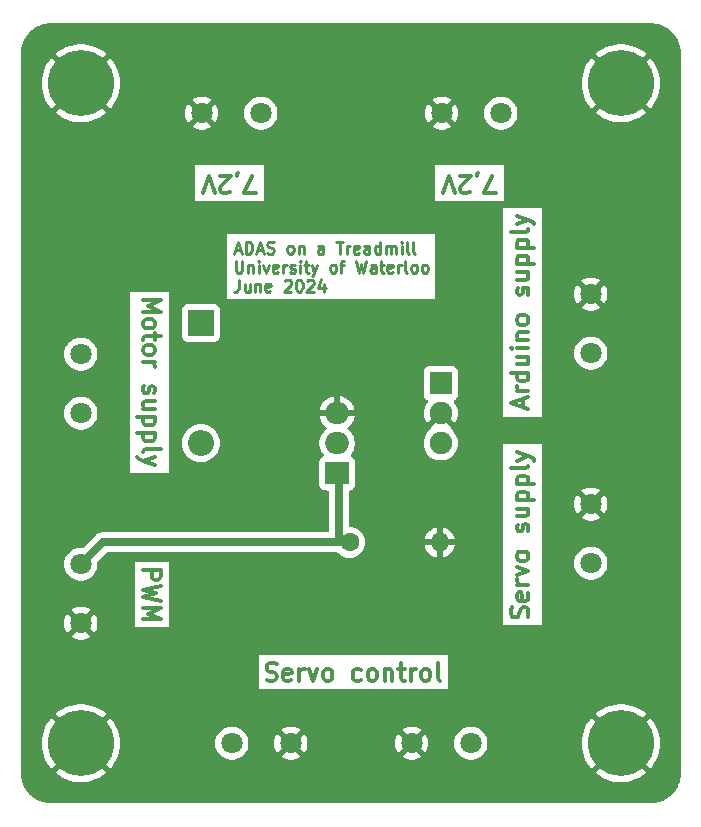
<source format=gbr>
%TF.GenerationSoftware,KiCad,Pcbnew,7.0.9*%
%TF.CreationDate,2024-06-27T12:47:17-04:00*%
%TF.ProjectId,PCBAdas,50434241-6461-4732-9e6b-696361645f70,rev?*%
%TF.SameCoordinates,Original*%
%TF.FileFunction,Copper,L1,Top*%
%TF.FilePolarity,Positive*%
%FSLAX46Y46*%
G04 Gerber Fmt 4.6, Leading zero omitted, Abs format (unit mm)*
G04 Created by KiCad (PCBNEW 7.0.9) date 2024-06-27 12:47:17*
%MOMM*%
%LPD*%
G01*
G04 APERTURE LIST*
%ADD10C,0.300000*%
%TA.AperFunction,NonConductor*%
%ADD11C,0.300000*%
%TD*%
%ADD12C,0.250000*%
%TA.AperFunction,NonConductor*%
%ADD13C,0.250000*%
%TD*%
%TA.AperFunction,ComponentPad*%
%ADD14C,1.803400*%
%TD*%
%TA.AperFunction,ComponentPad*%
%ADD15R,1.910000X1.910000*%
%TD*%
%TA.AperFunction,ComponentPad*%
%ADD16C,1.910000*%
%TD*%
%TA.AperFunction,ComponentPad*%
%ADD17C,1.600000*%
%TD*%
%TA.AperFunction,ComponentPad*%
%ADD18O,1.600000X1.600000*%
%TD*%
%TA.AperFunction,ComponentPad*%
%ADD19C,5.600000*%
%TD*%
%TA.AperFunction,ComponentPad*%
%ADD20R,2.000000X1.905000*%
%TD*%
%TA.AperFunction,ComponentPad*%
%ADD21O,2.000000X1.905000*%
%TD*%
%TA.AperFunction,ComponentPad*%
%ADD22R,2.200000X2.200000*%
%TD*%
%TA.AperFunction,ComponentPad*%
%ADD23O,2.200000X2.200000*%
%TD*%
%TA.AperFunction,Conductor*%
%ADD24C,0.700000*%
%TD*%
%TA.AperFunction,Conductor*%
%ADD25C,0.250000*%
%TD*%
G04 APERTURE END LIST*
D10*
D11*
X179712257Y-98576917D02*
X179712257Y-97862632D01*
X180140828Y-98719774D02*
X178640828Y-98219774D01*
X178640828Y-98219774D02*
X180140828Y-97719774D01*
X180140828Y-97219775D02*
X179140828Y-97219775D01*
X179426542Y-97219775D02*
X179283685Y-97148346D01*
X179283685Y-97148346D02*
X179212257Y-97076918D01*
X179212257Y-97076918D02*
X179140828Y-96934060D01*
X179140828Y-96934060D02*
X179140828Y-96791203D01*
X180140828Y-95648347D02*
X178640828Y-95648347D01*
X180069400Y-95648347D02*
X180140828Y-95791204D01*
X180140828Y-95791204D02*
X180140828Y-96076918D01*
X180140828Y-96076918D02*
X180069400Y-96219775D01*
X180069400Y-96219775D02*
X179997971Y-96291204D01*
X179997971Y-96291204D02*
X179855114Y-96362632D01*
X179855114Y-96362632D02*
X179426542Y-96362632D01*
X179426542Y-96362632D02*
X179283685Y-96291204D01*
X179283685Y-96291204D02*
X179212257Y-96219775D01*
X179212257Y-96219775D02*
X179140828Y-96076918D01*
X179140828Y-96076918D02*
X179140828Y-95791204D01*
X179140828Y-95791204D02*
X179212257Y-95648347D01*
X179140828Y-94291204D02*
X180140828Y-94291204D01*
X179140828Y-94934061D02*
X179926542Y-94934061D01*
X179926542Y-94934061D02*
X180069400Y-94862632D01*
X180069400Y-94862632D02*
X180140828Y-94719775D01*
X180140828Y-94719775D02*
X180140828Y-94505489D01*
X180140828Y-94505489D02*
X180069400Y-94362632D01*
X180069400Y-94362632D02*
X179997971Y-94291204D01*
X180140828Y-93576918D02*
X179140828Y-93576918D01*
X178640828Y-93576918D02*
X178712257Y-93648346D01*
X178712257Y-93648346D02*
X178783685Y-93576918D01*
X178783685Y-93576918D02*
X178712257Y-93505489D01*
X178712257Y-93505489D02*
X178640828Y-93576918D01*
X178640828Y-93576918D02*
X178783685Y-93576918D01*
X179140828Y-92862632D02*
X180140828Y-92862632D01*
X179283685Y-92862632D02*
X179212257Y-92791203D01*
X179212257Y-92791203D02*
X179140828Y-92648346D01*
X179140828Y-92648346D02*
X179140828Y-92434060D01*
X179140828Y-92434060D02*
X179212257Y-92291203D01*
X179212257Y-92291203D02*
X179355114Y-92219775D01*
X179355114Y-92219775D02*
X180140828Y-92219775D01*
X180140828Y-91291203D02*
X180069400Y-91434060D01*
X180069400Y-91434060D02*
X179997971Y-91505489D01*
X179997971Y-91505489D02*
X179855114Y-91576917D01*
X179855114Y-91576917D02*
X179426542Y-91576917D01*
X179426542Y-91576917D02*
X179283685Y-91505489D01*
X179283685Y-91505489D02*
X179212257Y-91434060D01*
X179212257Y-91434060D02*
X179140828Y-91291203D01*
X179140828Y-91291203D02*
X179140828Y-91076917D01*
X179140828Y-91076917D02*
X179212257Y-90934060D01*
X179212257Y-90934060D02*
X179283685Y-90862632D01*
X179283685Y-90862632D02*
X179426542Y-90791203D01*
X179426542Y-90791203D02*
X179855114Y-90791203D01*
X179855114Y-90791203D02*
X179997971Y-90862632D01*
X179997971Y-90862632D02*
X180069400Y-90934060D01*
X180069400Y-90934060D02*
X180140828Y-91076917D01*
X180140828Y-91076917D02*
X180140828Y-91291203D01*
X180069400Y-89076917D02*
X180140828Y-88934060D01*
X180140828Y-88934060D02*
X180140828Y-88648346D01*
X180140828Y-88648346D02*
X180069400Y-88505489D01*
X180069400Y-88505489D02*
X179926542Y-88434060D01*
X179926542Y-88434060D02*
X179855114Y-88434060D01*
X179855114Y-88434060D02*
X179712257Y-88505489D01*
X179712257Y-88505489D02*
X179640828Y-88648346D01*
X179640828Y-88648346D02*
X179640828Y-88862632D01*
X179640828Y-88862632D02*
X179569400Y-89005489D01*
X179569400Y-89005489D02*
X179426542Y-89076917D01*
X179426542Y-89076917D02*
X179355114Y-89076917D01*
X179355114Y-89076917D02*
X179212257Y-89005489D01*
X179212257Y-89005489D02*
X179140828Y-88862632D01*
X179140828Y-88862632D02*
X179140828Y-88648346D01*
X179140828Y-88648346D02*
X179212257Y-88505489D01*
X179140828Y-87148346D02*
X180140828Y-87148346D01*
X179140828Y-87791203D02*
X179926542Y-87791203D01*
X179926542Y-87791203D02*
X180069400Y-87719774D01*
X180069400Y-87719774D02*
X180140828Y-87576917D01*
X180140828Y-87576917D02*
X180140828Y-87362631D01*
X180140828Y-87362631D02*
X180069400Y-87219774D01*
X180069400Y-87219774D02*
X179997971Y-87148346D01*
X179140828Y-86434060D02*
X180640828Y-86434060D01*
X179212257Y-86434060D02*
X179140828Y-86291203D01*
X179140828Y-86291203D02*
X179140828Y-86005488D01*
X179140828Y-86005488D02*
X179212257Y-85862631D01*
X179212257Y-85862631D02*
X179283685Y-85791203D01*
X179283685Y-85791203D02*
X179426542Y-85719774D01*
X179426542Y-85719774D02*
X179855114Y-85719774D01*
X179855114Y-85719774D02*
X179997971Y-85791203D01*
X179997971Y-85791203D02*
X180069400Y-85862631D01*
X180069400Y-85862631D02*
X180140828Y-86005488D01*
X180140828Y-86005488D02*
X180140828Y-86291203D01*
X180140828Y-86291203D02*
X180069400Y-86434060D01*
X179140828Y-85076917D02*
X180640828Y-85076917D01*
X179212257Y-85076917D02*
X179140828Y-84934060D01*
X179140828Y-84934060D02*
X179140828Y-84648345D01*
X179140828Y-84648345D02*
X179212257Y-84505488D01*
X179212257Y-84505488D02*
X179283685Y-84434060D01*
X179283685Y-84434060D02*
X179426542Y-84362631D01*
X179426542Y-84362631D02*
X179855114Y-84362631D01*
X179855114Y-84362631D02*
X179997971Y-84434060D01*
X179997971Y-84434060D02*
X180069400Y-84505488D01*
X180069400Y-84505488D02*
X180140828Y-84648345D01*
X180140828Y-84648345D02*
X180140828Y-84934060D01*
X180140828Y-84934060D02*
X180069400Y-85076917D01*
X180140828Y-83505488D02*
X180069400Y-83648345D01*
X180069400Y-83648345D02*
X179926542Y-83719774D01*
X179926542Y-83719774D02*
X178640828Y-83719774D01*
X179140828Y-83076917D02*
X180140828Y-82719774D01*
X179140828Y-82362631D02*
X180140828Y-82719774D01*
X180140828Y-82719774D02*
X180497971Y-82862631D01*
X180497971Y-82862631D02*
X180569400Y-82934060D01*
X180569400Y-82934060D02*
X180640828Y-83076917D01*
D10*
D11*
X157963082Y-121649400D02*
X158177368Y-121720828D01*
X158177368Y-121720828D02*
X158534510Y-121720828D01*
X158534510Y-121720828D02*
X158677368Y-121649400D01*
X158677368Y-121649400D02*
X158748796Y-121577971D01*
X158748796Y-121577971D02*
X158820225Y-121435114D01*
X158820225Y-121435114D02*
X158820225Y-121292257D01*
X158820225Y-121292257D02*
X158748796Y-121149400D01*
X158748796Y-121149400D02*
X158677368Y-121077971D01*
X158677368Y-121077971D02*
X158534510Y-121006542D01*
X158534510Y-121006542D02*
X158248796Y-120935114D01*
X158248796Y-120935114D02*
X158105939Y-120863685D01*
X158105939Y-120863685D02*
X158034510Y-120792257D01*
X158034510Y-120792257D02*
X157963082Y-120649400D01*
X157963082Y-120649400D02*
X157963082Y-120506542D01*
X157963082Y-120506542D02*
X158034510Y-120363685D01*
X158034510Y-120363685D02*
X158105939Y-120292257D01*
X158105939Y-120292257D02*
X158248796Y-120220828D01*
X158248796Y-120220828D02*
X158605939Y-120220828D01*
X158605939Y-120220828D02*
X158820225Y-120292257D01*
X160034510Y-121649400D02*
X159891653Y-121720828D01*
X159891653Y-121720828D02*
X159605939Y-121720828D01*
X159605939Y-121720828D02*
X159463081Y-121649400D01*
X159463081Y-121649400D02*
X159391653Y-121506542D01*
X159391653Y-121506542D02*
X159391653Y-120935114D01*
X159391653Y-120935114D02*
X159463081Y-120792257D01*
X159463081Y-120792257D02*
X159605939Y-120720828D01*
X159605939Y-120720828D02*
X159891653Y-120720828D01*
X159891653Y-120720828D02*
X160034510Y-120792257D01*
X160034510Y-120792257D02*
X160105939Y-120935114D01*
X160105939Y-120935114D02*
X160105939Y-121077971D01*
X160105939Y-121077971D02*
X159391653Y-121220828D01*
X160748795Y-121720828D02*
X160748795Y-120720828D01*
X160748795Y-121006542D02*
X160820224Y-120863685D01*
X160820224Y-120863685D02*
X160891653Y-120792257D01*
X160891653Y-120792257D02*
X161034510Y-120720828D01*
X161034510Y-120720828D02*
X161177367Y-120720828D01*
X161534509Y-120720828D02*
X161891652Y-121720828D01*
X161891652Y-121720828D02*
X162248795Y-120720828D01*
X163034509Y-121720828D02*
X162891652Y-121649400D01*
X162891652Y-121649400D02*
X162820223Y-121577971D01*
X162820223Y-121577971D02*
X162748795Y-121435114D01*
X162748795Y-121435114D02*
X162748795Y-121006542D01*
X162748795Y-121006542D02*
X162820223Y-120863685D01*
X162820223Y-120863685D02*
X162891652Y-120792257D01*
X162891652Y-120792257D02*
X163034509Y-120720828D01*
X163034509Y-120720828D02*
X163248795Y-120720828D01*
X163248795Y-120720828D02*
X163391652Y-120792257D01*
X163391652Y-120792257D02*
X163463081Y-120863685D01*
X163463081Y-120863685D02*
X163534509Y-121006542D01*
X163534509Y-121006542D02*
X163534509Y-121435114D01*
X163534509Y-121435114D02*
X163463081Y-121577971D01*
X163463081Y-121577971D02*
X163391652Y-121649400D01*
X163391652Y-121649400D02*
X163248795Y-121720828D01*
X163248795Y-121720828D02*
X163034509Y-121720828D01*
X165963081Y-121649400D02*
X165820223Y-121720828D01*
X165820223Y-121720828D02*
X165534509Y-121720828D01*
X165534509Y-121720828D02*
X165391652Y-121649400D01*
X165391652Y-121649400D02*
X165320223Y-121577971D01*
X165320223Y-121577971D02*
X165248795Y-121435114D01*
X165248795Y-121435114D02*
X165248795Y-121006542D01*
X165248795Y-121006542D02*
X165320223Y-120863685D01*
X165320223Y-120863685D02*
X165391652Y-120792257D01*
X165391652Y-120792257D02*
X165534509Y-120720828D01*
X165534509Y-120720828D02*
X165820223Y-120720828D01*
X165820223Y-120720828D02*
X165963081Y-120792257D01*
X166820223Y-121720828D02*
X166677366Y-121649400D01*
X166677366Y-121649400D02*
X166605937Y-121577971D01*
X166605937Y-121577971D02*
X166534509Y-121435114D01*
X166534509Y-121435114D02*
X166534509Y-121006542D01*
X166534509Y-121006542D02*
X166605937Y-120863685D01*
X166605937Y-120863685D02*
X166677366Y-120792257D01*
X166677366Y-120792257D02*
X166820223Y-120720828D01*
X166820223Y-120720828D02*
X167034509Y-120720828D01*
X167034509Y-120720828D02*
X167177366Y-120792257D01*
X167177366Y-120792257D02*
X167248795Y-120863685D01*
X167248795Y-120863685D02*
X167320223Y-121006542D01*
X167320223Y-121006542D02*
X167320223Y-121435114D01*
X167320223Y-121435114D02*
X167248795Y-121577971D01*
X167248795Y-121577971D02*
X167177366Y-121649400D01*
X167177366Y-121649400D02*
X167034509Y-121720828D01*
X167034509Y-121720828D02*
X166820223Y-121720828D01*
X167963080Y-120720828D02*
X167963080Y-121720828D01*
X167963080Y-120863685D02*
X168034509Y-120792257D01*
X168034509Y-120792257D02*
X168177366Y-120720828D01*
X168177366Y-120720828D02*
X168391652Y-120720828D01*
X168391652Y-120720828D02*
X168534509Y-120792257D01*
X168534509Y-120792257D02*
X168605938Y-120935114D01*
X168605938Y-120935114D02*
X168605938Y-121720828D01*
X169105938Y-120720828D02*
X169677366Y-120720828D01*
X169320223Y-120220828D02*
X169320223Y-121506542D01*
X169320223Y-121506542D02*
X169391652Y-121649400D01*
X169391652Y-121649400D02*
X169534509Y-121720828D01*
X169534509Y-121720828D02*
X169677366Y-121720828D01*
X170177366Y-121720828D02*
X170177366Y-120720828D01*
X170177366Y-121006542D02*
X170248795Y-120863685D01*
X170248795Y-120863685D02*
X170320224Y-120792257D01*
X170320224Y-120792257D02*
X170463081Y-120720828D01*
X170463081Y-120720828D02*
X170605938Y-120720828D01*
X171320223Y-121720828D02*
X171177366Y-121649400D01*
X171177366Y-121649400D02*
X171105937Y-121577971D01*
X171105937Y-121577971D02*
X171034509Y-121435114D01*
X171034509Y-121435114D02*
X171034509Y-121006542D01*
X171034509Y-121006542D02*
X171105937Y-120863685D01*
X171105937Y-120863685D02*
X171177366Y-120792257D01*
X171177366Y-120792257D02*
X171320223Y-120720828D01*
X171320223Y-120720828D02*
X171534509Y-120720828D01*
X171534509Y-120720828D02*
X171677366Y-120792257D01*
X171677366Y-120792257D02*
X171748795Y-120863685D01*
X171748795Y-120863685D02*
X171820223Y-121006542D01*
X171820223Y-121006542D02*
X171820223Y-121435114D01*
X171820223Y-121435114D02*
X171748795Y-121577971D01*
X171748795Y-121577971D02*
X171677366Y-121649400D01*
X171677366Y-121649400D02*
X171534509Y-121720828D01*
X171534509Y-121720828D02*
X171320223Y-121720828D01*
X172677366Y-121720828D02*
X172534509Y-121649400D01*
X172534509Y-121649400D02*
X172463080Y-121506542D01*
X172463080Y-121506542D02*
X172463080Y-120220828D01*
D12*
D13*
X155294949Y-85258904D02*
X155771139Y-85258904D01*
X155199711Y-85544619D02*
X155533044Y-84544619D01*
X155533044Y-84544619D02*
X155866377Y-85544619D01*
X156199711Y-85544619D02*
X156199711Y-84544619D01*
X156199711Y-84544619D02*
X156437806Y-84544619D01*
X156437806Y-84544619D02*
X156580663Y-84592238D01*
X156580663Y-84592238D02*
X156675901Y-84687476D01*
X156675901Y-84687476D02*
X156723520Y-84782714D01*
X156723520Y-84782714D02*
X156771139Y-84973190D01*
X156771139Y-84973190D02*
X156771139Y-85116047D01*
X156771139Y-85116047D02*
X156723520Y-85306523D01*
X156723520Y-85306523D02*
X156675901Y-85401761D01*
X156675901Y-85401761D02*
X156580663Y-85497000D01*
X156580663Y-85497000D02*
X156437806Y-85544619D01*
X156437806Y-85544619D02*
X156199711Y-85544619D01*
X157152092Y-85258904D02*
X157628282Y-85258904D01*
X157056854Y-85544619D02*
X157390187Y-84544619D01*
X157390187Y-84544619D02*
X157723520Y-85544619D01*
X158009235Y-85497000D02*
X158152092Y-85544619D01*
X158152092Y-85544619D02*
X158390187Y-85544619D01*
X158390187Y-85544619D02*
X158485425Y-85497000D01*
X158485425Y-85497000D02*
X158533044Y-85449380D01*
X158533044Y-85449380D02*
X158580663Y-85354142D01*
X158580663Y-85354142D02*
X158580663Y-85258904D01*
X158580663Y-85258904D02*
X158533044Y-85163666D01*
X158533044Y-85163666D02*
X158485425Y-85116047D01*
X158485425Y-85116047D02*
X158390187Y-85068428D01*
X158390187Y-85068428D02*
X158199711Y-85020809D01*
X158199711Y-85020809D02*
X158104473Y-84973190D01*
X158104473Y-84973190D02*
X158056854Y-84925571D01*
X158056854Y-84925571D02*
X158009235Y-84830333D01*
X158009235Y-84830333D02*
X158009235Y-84735095D01*
X158009235Y-84735095D02*
X158056854Y-84639857D01*
X158056854Y-84639857D02*
X158104473Y-84592238D01*
X158104473Y-84592238D02*
X158199711Y-84544619D01*
X158199711Y-84544619D02*
X158437806Y-84544619D01*
X158437806Y-84544619D02*
X158580663Y-84592238D01*
X159913997Y-85544619D02*
X159818759Y-85497000D01*
X159818759Y-85497000D02*
X159771140Y-85449380D01*
X159771140Y-85449380D02*
X159723521Y-85354142D01*
X159723521Y-85354142D02*
X159723521Y-85068428D01*
X159723521Y-85068428D02*
X159771140Y-84973190D01*
X159771140Y-84973190D02*
X159818759Y-84925571D01*
X159818759Y-84925571D02*
X159913997Y-84877952D01*
X159913997Y-84877952D02*
X160056854Y-84877952D01*
X160056854Y-84877952D02*
X160152092Y-84925571D01*
X160152092Y-84925571D02*
X160199711Y-84973190D01*
X160199711Y-84973190D02*
X160247330Y-85068428D01*
X160247330Y-85068428D02*
X160247330Y-85354142D01*
X160247330Y-85354142D02*
X160199711Y-85449380D01*
X160199711Y-85449380D02*
X160152092Y-85497000D01*
X160152092Y-85497000D02*
X160056854Y-85544619D01*
X160056854Y-85544619D02*
X159913997Y-85544619D01*
X160675902Y-84877952D02*
X160675902Y-85544619D01*
X160675902Y-84973190D02*
X160723521Y-84925571D01*
X160723521Y-84925571D02*
X160818759Y-84877952D01*
X160818759Y-84877952D02*
X160961616Y-84877952D01*
X160961616Y-84877952D02*
X161056854Y-84925571D01*
X161056854Y-84925571D02*
X161104473Y-85020809D01*
X161104473Y-85020809D02*
X161104473Y-85544619D01*
X162771140Y-85544619D02*
X162771140Y-85020809D01*
X162771140Y-85020809D02*
X162723521Y-84925571D01*
X162723521Y-84925571D02*
X162628283Y-84877952D01*
X162628283Y-84877952D02*
X162437807Y-84877952D01*
X162437807Y-84877952D02*
X162342569Y-84925571D01*
X162771140Y-85497000D02*
X162675902Y-85544619D01*
X162675902Y-85544619D02*
X162437807Y-85544619D01*
X162437807Y-85544619D02*
X162342569Y-85497000D01*
X162342569Y-85497000D02*
X162294950Y-85401761D01*
X162294950Y-85401761D02*
X162294950Y-85306523D01*
X162294950Y-85306523D02*
X162342569Y-85211285D01*
X162342569Y-85211285D02*
X162437807Y-85163666D01*
X162437807Y-85163666D02*
X162675902Y-85163666D01*
X162675902Y-85163666D02*
X162771140Y-85116047D01*
X163866379Y-84544619D02*
X164437807Y-84544619D01*
X164152093Y-85544619D02*
X164152093Y-84544619D01*
X164771141Y-85544619D02*
X164771141Y-84877952D01*
X164771141Y-85068428D02*
X164818760Y-84973190D01*
X164818760Y-84973190D02*
X164866379Y-84925571D01*
X164866379Y-84925571D02*
X164961617Y-84877952D01*
X164961617Y-84877952D02*
X165056855Y-84877952D01*
X165771141Y-85497000D02*
X165675903Y-85544619D01*
X165675903Y-85544619D02*
X165485427Y-85544619D01*
X165485427Y-85544619D02*
X165390189Y-85497000D01*
X165390189Y-85497000D02*
X165342570Y-85401761D01*
X165342570Y-85401761D02*
X165342570Y-85020809D01*
X165342570Y-85020809D02*
X165390189Y-84925571D01*
X165390189Y-84925571D02*
X165485427Y-84877952D01*
X165485427Y-84877952D02*
X165675903Y-84877952D01*
X165675903Y-84877952D02*
X165771141Y-84925571D01*
X165771141Y-84925571D02*
X165818760Y-85020809D01*
X165818760Y-85020809D02*
X165818760Y-85116047D01*
X165818760Y-85116047D02*
X165342570Y-85211285D01*
X166675903Y-85544619D02*
X166675903Y-85020809D01*
X166675903Y-85020809D02*
X166628284Y-84925571D01*
X166628284Y-84925571D02*
X166533046Y-84877952D01*
X166533046Y-84877952D02*
X166342570Y-84877952D01*
X166342570Y-84877952D02*
X166247332Y-84925571D01*
X166675903Y-85497000D02*
X166580665Y-85544619D01*
X166580665Y-85544619D02*
X166342570Y-85544619D01*
X166342570Y-85544619D02*
X166247332Y-85497000D01*
X166247332Y-85497000D02*
X166199713Y-85401761D01*
X166199713Y-85401761D02*
X166199713Y-85306523D01*
X166199713Y-85306523D02*
X166247332Y-85211285D01*
X166247332Y-85211285D02*
X166342570Y-85163666D01*
X166342570Y-85163666D02*
X166580665Y-85163666D01*
X166580665Y-85163666D02*
X166675903Y-85116047D01*
X167580665Y-85544619D02*
X167580665Y-84544619D01*
X167580665Y-85497000D02*
X167485427Y-85544619D01*
X167485427Y-85544619D02*
X167294951Y-85544619D01*
X167294951Y-85544619D02*
X167199713Y-85497000D01*
X167199713Y-85497000D02*
X167152094Y-85449380D01*
X167152094Y-85449380D02*
X167104475Y-85354142D01*
X167104475Y-85354142D02*
X167104475Y-85068428D01*
X167104475Y-85068428D02*
X167152094Y-84973190D01*
X167152094Y-84973190D02*
X167199713Y-84925571D01*
X167199713Y-84925571D02*
X167294951Y-84877952D01*
X167294951Y-84877952D02*
X167485427Y-84877952D01*
X167485427Y-84877952D02*
X167580665Y-84925571D01*
X168056856Y-85544619D02*
X168056856Y-84877952D01*
X168056856Y-84973190D02*
X168104475Y-84925571D01*
X168104475Y-84925571D02*
X168199713Y-84877952D01*
X168199713Y-84877952D02*
X168342570Y-84877952D01*
X168342570Y-84877952D02*
X168437808Y-84925571D01*
X168437808Y-84925571D02*
X168485427Y-85020809D01*
X168485427Y-85020809D02*
X168485427Y-85544619D01*
X168485427Y-85020809D02*
X168533046Y-84925571D01*
X168533046Y-84925571D02*
X168628284Y-84877952D01*
X168628284Y-84877952D02*
X168771141Y-84877952D01*
X168771141Y-84877952D02*
X168866380Y-84925571D01*
X168866380Y-84925571D02*
X168913999Y-85020809D01*
X168913999Y-85020809D02*
X168913999Y-85544619D01*
X169390189Y-85544619D02*
X169390189Y-84877952D01*
X169390189Y-84544619D02*
X169342570Y-84592238D01*
X169342570Y-84592238D02*
X169390189Y-84639857D01*
X169390189Y-84639857D02*
X169437808Y-84592238D01*
X169437808Y-84592238D02*
X169390189Y-84544619D01*
X169390189Y-84544619D02*
X169390189Y-84639857D01*
X170009236Y-85544619D02*
X169913998Y-85497000D01*
X169913998Y-85497000D02*
X169866379Y-85401761D01*
X169866379Y-85401761D02*
X169866379Y-84544619D01*
X170533046Y-85544619D02*
X170437808Y-85497000D01*
X170437808Y-85497000D02*
X170390189Y-85401761D01*
X170390189Y-85401761D02*
X170390189Y-84544619D01*
X155342568Y-86154619D02*
X155342568Y-86964142D01*
X155342568Y-86964142D02*
X155390187Y-87059380D01*
X155390187Y-87059380D02*
X155437806Y-87107000D01*
X155437806Y-87107000D02*
X155533044Y-87154619D01*
X155533044Y-87154619D02*
X155723520Y-87154619D01*
X155723520Y-87154619D02*
X155818758Y-87107000D01*
X155818758Y-87107000D02*
X155866377Y-87059380D01*
X155866377Y-87059380D02*
X155913996Y-86964142D01*
X155913996Y-86964142D02*
X155913996Y-86154619D01*
X156390187Y-86487952D02*
X156390187Y-87154619D01*
X156390187Y-86583190D02*
X156437806Y-86535571D01*
X156437806Y-86535571D02*
X156533044Y-86487952D01*
X156533044Y-86487952D02*
X156675901Y-86487952D01*
X156675901Y-86487952D02*
X156771139Y-86535571D01*
X156771139Y-86535571D02*
X156818758Y-86630809D01*
X156818758Y-86630809D02*
X156818758Y-87154619D01*
X157294949Y-87154619D02*
X157294949Y-86487952D01*
X157294949Y-86154619D02*
X157247330Y-86202238D01*
X157247330Y-86202238D02*
X157294949Y-86249857D01*
X157294949Y-86249857D02*
X157342568Y-86202238D01*
X157342568Y-86202238D02*
X157294949Y-86154619D01*
X157294949Y-86154619D02*
X157294949Y-86249857D01*
X157675901Y-86487952D02*
X157913996Y-87154619D01*
X157913996Y-87154619D02*
X158152091Y-86487952D01*
X158913996Y-87107000D02*
X158818758Y-87154619D01*
X158818758Y-87154619D02*
X158628282Y-87154619D01*
X158628282Y-87154619D02*
X158533044Y-87107000D01*
X158533044Y-87107000D02*
X158485425Y-87011761D01*
X158485425Y-87011761D02*
X158485425Y-86630809D01*
X158485425Y-86630809D02*
X158533044Y-86535571D01*
X158533044Y-86535571D02*
X158628282Y-86487952D01*
X158628282Y-86487952D02*
X158818758Y-86487952D01*
X158818758Y-86487952D02*
X158913996Y-86535571D01*
X158913996Y-86535571D02*
X158961615Y-86630809D01*
X158961615Y-86630809D02*
X158961615Y-86726047D01*
X158961615Y-86726047D02*
X158485425Y-86821285D01*
X159390187Y-87154619D02*
X159390187Y-86487952D01*
X159390187Y-86678428D02*
X159437806Y-86583190D01*
X159437806Y-86583190D02*
X159485425Y-86535571D01*
X159485425Y-86535571D02*
X159580663Y-86487952D01*
X159580663Y-86487952D02*
X159675901Y-86487952D01*
X159961616Y-87107000D02*
X160056854Y-87154619D01*
X160056854Y-87154619D02*
X160247330Y-87154619D01*
X160247330Y-87154619D02*
X160342568Y-87107000D01*
X160342568Y-87107000D02*
X160390187Y-87011761D01*
X160390187Y-87011761D02*
X160390187Y-86964142D01*
X160390187Y-86964142D02*
X160342568Y-86868904D01*
X160342568Y-86868904D02*
X160247330Y-86821285D01*
X160247330Y-86821285D02*
X160104473Y-86821285D01*
X160104473Y-86821285D02*
X160009235Y-86773666D01*
X160009235Y-86773666D02*
X159961616Y-86678428D01*
X159961616Y-86678428D02*
X159961616Y-86630809D01*
X159961616Y-86630809D02*
X160009235Y-86535571D01*
X160009235Y-86535571D02*
X160104473Y-86487952D01*
X160104473Y-86487952D02*
X160247330Y-86487952D01*
X160247330Y-86487952D02*
X160342568Y-86535571D01*
X160818759Y-87154619D02*
X160818759Y-86487952D01*
X160818759Y-86154619D02*
X160771140Y-86202238D01*
X160771140Y-86202238D02*
X160818759Y-86249857D01*
X160818759Y-86249857D02*
X160866378Y-86202238D01*
X160866378Y-86202238D02*
X160818759Y-86154619D01*
X160818759Y-86154619D02*
X160818759Y-86249857D01*
X161152092Y-86487952D02*
X161533044Y-86487952D01*
X161294949Y-86154619D02*
X161294949Y-87011761D01*
X161294949Y-87011761D02*
X161342568Y-87107000D01*
X161342568Y-87107000D02*
X161437806Y-87154619D01*
X161437806Y-87154619D02*
X161533044Y-87154619D01*
X161771140Y-86487952D02*
X162009235Y-87154619D01*
X162247330Y-86487952D02*
X162009235Y-87154619D01*
X162009235Y-87154619D02*
X161913997Y-87392714D01*
X161913997Y-87392714D02*
X161866378Y-87440333D01*
X161866378Y-87440333D02*
X161771140Y-87487952D01*
X163533045Y-87154619D02*
X163437807Y-87107000D01*
X163437807Y-87107000D02*
X163390188Y-87059380D01*
X163390188Y-87059380D02*
X163342569Y-86964142D01*
X163342569Y-86964142D02*
X163342569Y-86678428D01*
X163342569Y-86678428D02*
X163390188Y-86583190D01*
X163390188Y-86583190D02*
X163437807Y-86535571D01*
X163437807Y-86535571D02*
X163533045Y-86487952D01*
X163533045Y-86487952D02*
X163675902Y-86487952D01*
X163675902Y-86487952D02*
X163771140Y-86535571D01*
X163771140Y-86535571D02*
X163818759Y-86583190D01*
X163818759Y-86583190D02*
X163866378Y-86678428D01*
X163866378Y-86678428D02*
X163866378Y-86964142D01*
X163866378Y-86964142D02*
X163818759Y-87059380D01*
X163818759Y-87059380D02*
X163771140Y-87107000D01*
X163771140Y-87107000D02*
X163675902Y-87154619D01*
X163675902Y-87154619D02*
X163533045Y-87154619D01*
X164152093Y-86487952D02*
X164533045Y-86487952D01*
X164294950Y-87154619D02*
X164294950Y-86297476D01*
X164294950Y-86297476D02*
X164342569Y-86202238D01*
X164342569Y-86202238D02*
X164437807Y-86154619D01*
X164437807Y-86154619D02*
X164533045Y-86154619D01*
X165533046Y-86154619D02*
X165771141Y-87154619D01*
X165771141Y-87154619D02*
X165961617Y-86440333D01*
X165961617Y-86440333D02*
X166152093Y-87154619D01*
X166152093Y-87154619D02*
X166390189Y-86154619D01*
X167199712Y-87154619D02*
X167199712Y-86630809D01*
X167199712Y-86630809D02*
X167152093Y-86535571D01*
X167152093Y-86535571D02*
X167056855Y-86487952D01*
X167056855Y-86487952D02*
X166866379Y-86487952D01*
X166866379Y-86487952D02*
X166771141Y-86535571D01*
X167199712Y-87107000D02*
X167104474Y-87154619D01*
X167104474Y-87154619D02*
X166866379Y-87154619D01*
X166866379Y-87154619D02*
X166771141Y-87107000D01*
X166771141Y-87107000D02*
X166723522Y-87011761D01*
X166723522Y-87011761D02*
X166723522Y-86916523D01*
X166723522Y-86916523D02*
X166771141Y-86821285D01*
X166771141Y-86821285D02*
X166866379Y-86773666D01*
X166866379Y-86773666D02*
X167104474Y-86773666D01*
X167104474Y-86773666D02*
X167199712Y-86726047D01*
X167533046Y-86487952D02*
X167913998Y-86487952D01*
X167675903Y-86154619D02*
X167675903Y-87011761D01*
X167675903Y-87011761D02*
X167723522Y-87107000D01*
X167723522Y-87107000D02*
X167818760Y-87154619D01*
X167818760Y-87154619D02*
X167913998Y-87154619D01*
X168628284Y-87107000D02*
X168533046Y-87154619D01*
X168533046Y-87154619D02*
X168342570Y-87154619D01*
X168342570Y-87154619D02*
X168247332Y-87107000D01*
X168247332Y-87107000D02*
X168199713Y-87011761D01*
X168199713Y-87011761D02*
X168199713Y-86630809D01*
X168199713Y-86630809D02*
X168247332Y-86535571D01*
X168247332Y-86535571D02*
X168342570Y-86487952D01*
X168342570Y-86487952D02*
X168533046Y-86487952D01*
X168533046Y-86487952D02*
X168628284Y-86535571D01*
X168628284Y-86535571D02*
X168675903Y-86630809D01*
X168675903Y-86630809D02*
X168675903Y-86726047D01*
X168675903Y-86726047D02*
X168199713Y-86821285D01*
X169104475Y-87154619D02*
X169104475Y-86487952D01*
X169104475Y-86678428D02*
X169152094Y-86583190D01*
X169152094Y-86583190D02*
X169199713Y-86535571D01*
X169199713Y-86535571D02*
X169294951Y-86487952D01*
X169294951Y-86487952D02*
X169390189Y-86487952D01*
X169866380Y-87154619D02*
X169771142Y-87107000D01*
X169771142Y-87107000D02*
X169723523Y-87011761D01*
X169723523Y-87011761D02*
X169723523Y-86154619D01*
X170390190Y-87154619D02*
X170294952Y-87107000D01*
X170294952Y-87107000D02*
X170247333Y-87059380D01*
X170247333Y-87059380D02*
X170199714Y-86964142D01*
X170199714Y-86964142D02*
X170199714Y-86678428D01*
X170199714Y-86678428D02*
X170247333Y-86583190D01*
X170247333Y-86583190D02*
X170294952Y-86535571D01*
X170294952Y-86535571D02*
X170390190Y-86487952D01*
X170390190Y-86487952D02*
X170533047Y-86487952D01*
X170533047Y-86487952D02*
X170628285Y-86535571D01*
X170628285Y-86535571D02*
X170675904Y-86583190D01*
X170675904Y-86583190D02*
X170723523Y-86678428D01*
X170723523Y-86678428D02*
X170723523Y-86964142D01*
X170723523Y-86964142D02*
X170675904Y-87059380D01*
X170675904Y-87059380D02*
X170628285Y-87107000D01*
X170628285Y-87107000D02*
X170533047Y-87154619D01*
X170533047Y-87154619D02*
X170390190Y-87154619D01*
X171294952Y-87154619D02*
X171199714Y-87107000D01*
X171199714Y-87107000D02*
X171152095Y-87059380D01*
X171152095Y-87059380D02*
X171104476Y-86964142D01*
X171104476Y-86964142D02*
X171104476Y-86678428D01*
X171104476Y-86678428D02*
X171152095Y-86583190D01*
X171152095Y-86583190D02*
X171199714Y-86535571D01*
X171199714Y-86535571D02*
X171294952Y-86487952D01*
X171294952Y-86487952D02*
X171437809Y-86487952D01*
X171437809Y-86487952D02*
X171533047Y-86535571D01*
X171533047Y-86535571D02*
X171580666Y-86583190D01*
X171580666Y-86583190D02*
X171628285Y-86678428D01*
X171628285Y-86678428D02*
X171628285Y-86964142D01*
X171628285Y-86964142D02*
X171580666Y-87059380D01*
X171580666Y-87059380D02*
X171533047Y-87107000D01*
X171533047Y-87107000D02*
X171437809Y-87154619D01*
X171437809Y-87154619D02*
X171294952Y-87154619D01*
X155628282Y-87764619D02*
X155628282Y-88478904D01*
X155628282Y-88478904D02*
X155580663Y-88621761D01*
X155580663Y-88621761D02*
X155485425Y-88717000D01*
X155485425Y-88717000D02*
X155342568Y-88764619D01*
X155342568Y-88764619D02*
X155247330Y-88764619D01*
X156533044Y-88097952D02*
X156533044Y-88764619D01*
X156104473Y-88097952D02*
X156104473Y-88621761D01*
X156104473Y-88621761D02*
X156152092Y-88717000D01*
X156152092Y-88717000D02*
X156247330Y-88764619D01*
X156247330Y-88764619D02*
X156390187Y-88764619D01*
X156390187Y-88764619D02*
X156485425Y-88717000D01*
X156485425Y-88717000D02*
X156533044Y-88669380D01*
X157009235Y-88097952D02*
X157009235Y-88764619D01*
X157009235Y-88193190D02*
X157056854Y-88145571D01*
X157056854Y-88145571D02*
X157152092Y-88097952D01*
X157152092Y-88097952D02*
X157294949Y-88097952D01*
X157294949Y-88097952D02*
X157390187Y-88145571D01*
X157390187Y-88145571D02*
X157437806Y-88240809D01*
X157437806Y-88240809D02*
X157437806Y-88764619D01*
X158294949Y-88717000D02*
X158199711Y-88764619D01*
X158199711Y-88764619D02*
X158009235Y-88764619D01*
X158009235Y-88764619D02*
X157913997Y-88717000D01*
X157913997Y-88717000D02*
X157866378Y-88621761D01*
X157866378Y-88621761D02*
X157866378Y-88240809D01*
X157866378Y-88240809D02*
X157913997Y-88145571D01*
X157913997Y-88145571D02*
X158009235Y-88097952D01*
X158009235Y-88097952D02*
X158199711Y-88097952D01*
X158199711Y-88097952D02*
X158294949Y-88145571D01*
X158294949Y-88145571D02*
X158342568Y-88240809D01*
X158342568Y-88240809D02*
X158342568Y-88336047D01*
X158342568Y-88336047D02*
X157866378Y-88431285D01*
X159485426Y-87859857D02*
X159533045Y-87812238D01*
X159533045Y-87812238D02*
X159628283Y-87764619D01*
X159628283Y-87764619D02*
X159866378Y-87764619D01*
X159866378Y-87764619D02*
X159961616Y-87812238D01*
X159961616Y-87812238D02*
X160009235Y-87859857D01*
X160009235Y-87859857D02*
X160056854Y-87955095D01*
X160056854Y-87955095D02*
X160056854Y-88050333D01*
X160056854Y-88050333D02*
X160009235Y-88193190D01*
X160009235Y-88193190D02*
X159437807Y-88764619D01*
X159437807Y-88764619D02*
X160056854Y-88764619D01*
X160675902Y-87764619D02*
X160771140Y-87764619D01*
X160771140Y-87764619D02*
X160866378Y-87812238D01*
X160866378Y-87812238D02*
X160913997Y-87859857D01*
X160913997Y-87859857D02*
X160961616Y-87955095D01*
X160961616Y-87955095D02*
X161009235Y-88145571D01*
X161009235Y-88145571D02*
X161009235Y-88383666D01*
X161009235Y-88383666D02*
X160961616Y-88574142D01*
X160961616Y-88574142D02*
X160913997Y-88669380D01*
X160913997Y-88669380D02*
X160866378Y-88717000D01*
X160866378Y-88717000D02*
X160771140Y-88764619D01*
X160771140Y-88764619D02*
X160675902Y-88764619D01*
X160675902Y-88764619D02*
X160580664Y-88717000D01*
X160580664Y-88717000D02*
X160533045Y-88669380D01*
X160533045Y-88669380D02*
X160485426Y-88574142D01*
X160485426Y-88574142D02*
X160437807Y-88383666D01*
X160437807Y-88383666D02*
X160437807Y-88145571D01*
X160437807Y-88145571D02*
X160485426Y-87955095D01*
X160485426Y-87955095D02*
X160533045Y-87859857D01*
X160533045Y-87859857D02*
X160580664Y-87812238D01*
X160580664Y-87812238D02*
X160675902Y-87764619D01*
X161390188Y-87859857D02*
X161437807Y-87812238D01*
X161437807Y-87812238D02*
X161533045Y-87764619D01*
X161533045Y-87764619D02*
X161771140Y-87764619D01*
X161771140Y-87764619D02*
X161866378Y-87812238D01*
X161866378Y-87812238D02*
X161913997Y-87859857D01*
X161913997Y-87859857D02*
X161961616Y-87955095D01*
X161961616Y-87955095D02*
X161961616Y-88050333D01*
X161961616Y-88050333D02*
X161913997Y-88193190D01*
X161913997Y-88193190D02*
X161342569Y-88764619D01*
X161342569Y-88764619D02*
X161961616Y-88764619D01*
X162818759Y-88097952D02*
X162818759Y-88764619D01*
X162580664Y-87717000D02*
X162342569Y-88431285D01*
X162342569Y-88431285D02*
X162961616Y-88431285D01*
D10*
D11*
X157068346Y-80439171D02*
X156068346Y-80439171D01*
X156068346Y-80439171D02*
X156711203Y-78939171D01*
X155425489Y-79010600D02*
X155425489Y-78939171D01*
X155425489Y-78939171D02*
X155496918Y-78796314D01*
X155496918Y-78796314D02*
X155568346Y-78724885D01*
X154854060Y-80296314D02*
X154782632Y-80367742D01*
X154782632Y-80367742D02*
X154639775Y-80439171D01*
X154639775Y-80439171D02*
X154282632Y-80439171D01*
X154282632Y-80439171D02*
X154139775Y-80367742D01*
X154139775Y-80367742D02*
X154068346Y-80296314D01*
X154068346Y-80296314D02*
X153996917Y-80153457D01*
X153996917Y-80153457D02*
X153996917Y-80010600D01*
X153996917Y-80010600D02*
X154068346Y-79796314D01*
X154068346Y-79796314D02*
X154925489Y-78939171D01*
X154925489Y-78939171D02*
X153996917Y-78939171D01*
X153568346Y-80439171D02*
X153068346Y-78939171D01*
X153068346Y-78939171D02*
X152568346Y-80439171D01*
D10*
D11*
X147519171Y-89454510D02*
X149019171Y-89454510D01*
X149019171Y-89454510D02*
X147947742Y-89954510D01*
X147947742Y-89954510D02*
X149019171Y-90454510D01*
X149019171Y-90454510D02*
X147519171Y-90454510D01*
X147519171Y-91383082D02*
X147590600Y-91240225D01*
X147590600Y-91240225D02*
X147662028Y-91168796D01*
X147662028Y-91168796D02*
X147804885Y-91097368D01*
X147804885Y-91097368D02*
X148233457Y-91097368D01*
X148233457Y-91097368D02*
X148376314Y-91168796D01*
X148376314Y-91168796D02*
X148447742Y-91240225D01*
X148447742Y-91240225D02*
X148519171Y-91383082D01*
X148519171Y-91383082D02*
X148519171Y-91597368D01*
X148519171Y-91597368D02*
X148447742Y-91740225D01*
X148447742Y-91740225D02*
X148376314Y-91811654D01*
X148376314Y-91811654D02*
X148233457Y-91883082D01*
X148233457Y-91883082D02*
X147804885Y-91883082D01*
X147804885Y-91883082D02*
X147662028Y-91811654D01*
X147662028Y-91811654D02*
X147590600Y-91740225D01*
X147590600Y-91740225D02*
X147519171Y-91597368D01*
X147519171Y-91597368D02*
X147519171Y-91383082D01*
X148519171Y-92311654D02*
X148519171Y-92883082D01*
X149019171Y-92525939D02*
X147733457Y-92525939D01*
X147733457Y-92525939D02*
X147590600Y-92597368D01*
X147590600Y-92597368D02*
X147519171Y-92740225D01*
X147519171Y-92740225D02*
X147519171Y-92883082D01*
X147519171Y-93597368D02*
X147590600Y-93454511D01*
X147590600Y-93454511D02*
X147662028Y-93383082D01*
X147662028Y-93383082D02*
X147804885Y-93311654D01*
X147804885Y-93311654D02*
X148233457Y-93311654D01*
X148233457Y-93311654D02*
X148376314Y-93383082D01*
X148376314Y-93383082D02*
X148447742Y-93454511D01*
X148447742Y-93454511D02*
X148519171Y-93597368D01*
X148519171Y-93597368D02*
X148519171Y-93811654D01*
X148519171Y-93811654D02*
X148447742Y-93954511D01*
X148447742Y-93954511D02*
X148376314Y-94025940D01*
X148376314Y-94025940D02*
X148233457Y-94097368D01*
X148233457Y-94097368D02*
X147804885Y-94097368D01*
X147804885Y-94097368D02*
X147662028Y-94025940D01*
X147662028Y-94025940D02*
X147590600Y-93954511D01*
X147590600Y-93954511D02*
X147519171Y-93811654D01*
X147519171Y-93811654D02*
X147519171Y-93597368D01*
X147519171Y-94740225D02*
X148519171Y-94740225D01*
X148233457Y-94740225D02*
X148376314Y-94811654D01*
X148376314Y-94811654D02*
X148447742Y-94883083D01*
X148447742Y-94883083D02*
X148519171Y-95025940D01*
X148519171Y-95025940D02*
X148519171Y-95168797D01*
X147590600Y-96740225D02*
X147519171Y-96883082D01*
X147519171Y-96883082D02*
X147519171Y-97168796D01*
X147519171Y-97168796D02*
X147590600Y-97311653D01*
X147590600Y-97311653D02*
X147733457Y-97383082D01*
X147733457Y-97383082D02*
X147804885Y-97383082D01*
X147804885Y-97383082D02*
X147947742Y-97311653D01*
X147947742Y-97311653D02*
X148019171Y-97168796D01*
X148019171Y-97168796D02*
X148019171Y-96954511D01*
X148019171Y-96954511D02*
X148090600Y-96811653D01*
X148090600Y-96811653D02*
X148233457Y-96740225D01*
X148233457Y-96740225D02*
X148304885Y-96740225D01*
X148304885Y-96740225D02*
X148447742Y-96811653D01*
X148447742Y-96811653D02*
X148519171Y-96954511D01*
X148519171Y-96954511D02*
X148519171Y-97168796D01*
X148519171Y-97168796D02*
X148447742Y-97311653D01*
X148519171Y-98668797D02*
X147519171Y-98668797D01*
X148519171Y-98025939D02*
X147733457Y-98025939D01*
X147733457Y-98025939D02*
X147590600Y-98097368D01*
X147590600Y-98097368D02*
X147519171Y-98240225D01*
X147519171Y-98240225D02*
X147519171Y-98454511D01*
X147519171Y-98454511D02*
X147590600Y-98597368D01*
X147590600Y-98597368D02*
X147662028Y-98668797D01*
X148519171Y-99383082D02*
X147019171Y-99383082D01*
X148447742Y-99383082D02*
X148519171Y-99525940D01*
X148519171Y-99525940D02*
X148519171Y-99811654D01*
X148519171Y-99811654D02*
X148447742Y-99954511D01*
X148447742Y-99954511D02*
X148376314Y-100025940D01*
X148376314Y-100025940D02*
X148233457Y-100097368D01*
X148233457Y-100097368D02*
X147804885Y-100097368D01*
X147804885Y-100097368D02*
X147662028Y-100025940D01*
X147662028Y-100025940D02*
X147590600Y-99954511D01*
X147590600Y-99954511D02*
X147519171Y-99811654D01*
X147519171Y-99811654D02*
X147519171Y-99525940D01*
X147519171Y-99525940D02*
X147590600Y-99383082D01*
X148519171Y-100740225D02*
X147019171Y-100740225D01*
X148447742Y-100740225D02*
X148519171Y-100883083D01*
X148519171Y-100883083D02*
X148519171Y-101168797D01*
X148519171Y-101168797D02*
X148447742Y-101311654D01*
X148447742Y-101311654D02*
X148376314Y-101383083D01*
X148376314Y-101383083D02*
X148233457Y-101454511D01*
X148233457Y-101454511D02*
X147804885Y-101454511D01*
X147804885Y-101454511D02*
X147662028Y-101383083D01*
X147662028Y-101383083D02*
X147590600Y-101311654D01*
X147590600Y-101311654D02*
X147519171Y-101168797D01*
X147519171Y-101168797D02*
X147519171Y-100883083D01*
X147519171Y-100883083D02*
X147590600Y-100740225D01*
X147519171Y-102311654D02*
X147590600Y-102168797D01*
X147590600Y-102168797D02*
X147733457Y-102097368D01*
X147733457Y-102097368D02*
X149019171Y-102097368D01*
X148519171Y-102740225D02*
X147519171Y-103097368D01*
X148519171Y-103454511D02*
X147519171Y-103097368D01*
X147519171Y-103097368D02*
X147162028Y-102954511D01*
X147162028Y-102954511D02*
X147090600Y-102883082D01*
X147090600Y-102883082D02*
X147019171Y-102740225D01*
D10*
D11*
X177388346Y-80439171D02*
X176388346Y-80439171D01*
X176388346Y-80439171D02*
X177031203Y-78939171D01*
X175745489Y-79010600D02*
X175745489Y-78939171D01*
X175745489Y-78939171D02*
X175816918Y-78796314D01*
X175816918Y-78796314D02*
X175888346Y-78724885D01*
X175174060Y-80296314D02*
X175102632Y-80367742D01*
X175102632Y-80367742D02*
X174959775Y-80439171D01*
X174959775Y-80439171D02*
X174602632Y-80439171D01*
X174602632Y-80439171D02*
X174459775Y-80367742D01*
X174459775Y-80367742D02*
X174388346Y-80296314D01*
X174388346Y-80296314D02*
X174316917Y-80153457D01*
X174316917Y-80153457D02*
X174316917Y-80010600D01*
X174316917Y-80010600D02*
X174388346Y-79796314D01*
X174388346Y-79796314D02*
X175245489Y-78939171D01*
X175245489Y-78939171D02*
X174316917Y-78939171D01*
X173888346Y-80439171D02*
X173388346Y-78939171D01*
X173388346Y-78939171D02*
X172888346Y-80439171D01*
D10*
D11*
X180069400Y-116356917D02*
X180140828Y-116142632D01*
X180140828Y-116142632D02*
X180140828Y-115785489D01*
X180140828Y-115785489D02*
X180069400Y-115642632D01*
X180069400Y-115642632D02*
X179997971Y-115571203D01*
X179997971Y-115571203D02*
X179855114Y-115499774D01*
X179855114Y-115499774D02*
X179712257Y-115499774D01*
X179712257Y-115499774D02*
X179569400Y-115571203D01*
X179569400Y-115571203D02*
X179497971Y-115642632D01*
X179497971Y-115642632D02*
X179426542Y-115785489D01*
X179426542Y-115785489D02*
X179355114Y-116071203D01*
X179355114Y-116071203D02*
X179283685Y-116214060D01*
X179283685Y-116214060D02*
X179212257Y-116285489D01*
X179212257Y-116285489D02*
X179069400Y-116356917D01*
X179069400Y-116356917D02*
X178926542Y-116356917D01*
X178926542Y-116356917D02*
X178783685Y-116285489D01*
X178783685Y-116285489D02*
X178712257Y-116214060D01*
X178712257Y-116214060D02*
X178640828Y-116071203D01*
X178640828Y-116071203D02*
X178640828Y-115714060D01*
X178640828Y-115714060D02*
X178712257Y-115499774D01*
X180069400Y-114285489D02*
X180140828Y-114428346D01*
X180140828Y-114428346D02*
X180140828Y-114714061D01*
X180140828Y-114714061D02*
X180069400Y-114856918D01*
X180069400Y-114856918D02*
X179926542Y-114928346D01*
X179926542Y-114928346D02*
X179355114Y-114928346D01*
X179355114Y-114928346D02*
X179212257Y-114856918D01*
X179212257Y-114856918D02*
X179140828Y-114714061D01*
X179140828Y-114714061D02*
X179140828Y-114428346D01*
X179140828Y-114428346D02*
X179212257Y-114285489D01*
X179212257Y-114285489D02*
X179355114Y-114214061D01*
X179355114Y-114214061D02*
X179497971Y-114214061D01*
X179497971Y-114214061D02*
X179640828Y-114928346D01*
X180140828Y-113571204D02*
X179140828Y-113571204D01*
X179426542Y-113571204D02*
X179283685Y-113499775D01*
X179283685Y-113499775D02*
X179212257Y-113428347D01*
X179212257Y-113428347D02*
X179140828Y-113285489D01*
X179140828Y-113285489D02*
X179140828Y-113142632D01*
X179140828Y-112785490D02*
X180140828Y-112428347D01*
X180140828Y-112428347D02*
X179140828Y-112071204D01*
X180140828Y-111285490D02*
X180069400Y-111428347D01*
X180069400Y-111428347D02*
X179997971Y-111499776D01*
X179997971Y-111499776D02*
X179855114Y-111571204D01*
X179855114Y-111571204D02*
X179426542Y-111571204D01*
X179426542Y-111571204D02*
X179283685Y-111499776D01*
X179283685Y-111499776D02*
X179212257Y-111428347D01*
X179212257Y-111428347D02*
X179140828Y-111285490D01*
X179140828Y-111285490D02*
X179140828Y-111071204D01*
X179140828Y-111071204D02*
X179212257Y-110928347D01*
X179212257Y-110928347D02*
X179283685Y-110856919D01*
X179283685Y-110856919D02*
X179426542Y-110785490D01*
X179426542Y-110785490D02*
X179855114Y-110785490D01*
X179855114Y-110785490D02*
X179997971Y-110856919D01*
X179997971Y-110856919D02*
X180069400Y-110928347D01*
X180069400Y-110928347D02*
X180140828Y-111071204D01*
X180140828Y-111071204D02*
X180140828Y-111285490D01*
X180069400Y-109071204D02*
X180140828Y-108928347D01*
X180140828Y-108928347D02*
X180140828Y-108642633D01*
X180140828Y-108642633D02*
X180069400Y-108499776D01*
X180069400Y-108499776D02*
X179926542Y-108428347D01*
X179926542Y-108428347D02*
X179855114Y-108428347D01*
X179855114Y-108428347D02*
X179712257Y-108499776D01*
X179712257Y-108499776D02*
X179640828Y-108642633D01*
X179640828Y-108642633D02*
X179640828Y-108856919D01*
X179640828Y-108856919D02*
X179569400Y-108999776D01*
X179569400Y-108999776D02*
X179426542Y-109071204D01*
X179426542Y-109071204D02*
X179355114Y-109071204D01*
X179355114Y-109071204D02*
X179212257Y-108999776D01*
X179212257Y-108999776D02*
X179140828Y-108856919D01*
X179140828Y-108856919D02*
X179140828Y-108642633D01*
X179140828Y-108642633D02*
X179212257Y-108499776D01*
X179140828Y-107142633D02*
X180140828Y-107142633D01*
X179140828Y-107785490D02*
X179926542Y-107785490D01*
X179926542Y-107785490D02*
X180069400Y-107714061D01*
X180069400Y-107714061D02*
X180140828Y-107571204D01*
X180140828Y-107571204D02*
X180140828Y-107356918D01*
X180140828Y-107356918D02*
X180069400Y-107214061D01*
X180069400Y-107214061D02*
X179997971Y-107142633D01*
X179140828Y-106428347D02*
X180640828Y-106428347D01*
X179212257Y-106428347D02*
X179140828Y-106285490D01*
X179140828Y-106285490D02*
X179140828Y-105999775D01*
X179140828Y-105999775D02*
X179212257Y-105856918D01*
X179212257Y-105856918D02*
X179283685Y-105785490D01*
X179283685Y-105785490D02*
X179426542Y-105714061D01*
X179426542Y-105714061D02*
X179855114Y-105714061D01*
X179855114Y-105714061D02*
X179997971Y-105785490D01*
X179997971Y-105785490D02*
X180069400Y-105856918D01*
X180069400Y-105856918D02*
X180140828Y-105999775D01*
X180140828Y-105999775D02*
X180140828Y-106285490D01*
X180140828Y-106285490D02*
X180069400Y-106428347D01*
X179140828Y-105071204D02*
X180640828Y-105071204D01*
X179212257Y-105071204D02*
X179140828Y-104928347D01*
X179140828Y-104928347D02*
X179140828Y-104642632D01*
X179140828Y-104642632D02*
X179212257Y-104499775D01*
X179212257Y-104499775D02*
X179283685Y-104428347D01*
X179283685Y-104428347D02*
X179426542Y-104356918D01*
X179426542Y-104356918D02*
X179855114Y-104356918D01*
X179855114Y-104356918D02*
X179997971Y-104428347D01*
X179997971Y-104428347D02*
X180069400Y-104499775D01*
X180069400Y-104499775D02*
X180140828Y-104642632D01*
X180140828Y-104642632D02*
X180140828Y-104928347D01*
X180140828Y-104928347D02*
X180069400Y-105071204D01*
X180140828Y-103499775D02*
X180069400Y-103642632D01*
X180069400Y-103642632D02*
X179926542Y-103714061D01*
X179926542Y-103714061D02*
X178640828Y-103714061D01*
X179140828Y-103071204D02*
X180140828Y-102714061D01*
X179140828Y-102356918D02*
X180140828Y-102714061D01*
X180140828Y-102714061D02*
X180497971Y-102856918D01*
X180497971Y-102856918D02*
X180569400Y-102928347D01*
X180569400Y-102928347D02*
X180640828Y-103071204D01*
D10*
D11*
X147519171Y-112314510D02*
X149019171Y-112314510D01*
X149019171Y-112314510D02*
X149019171Y-112885939D01*
X149019171Y-112885939D02*
X148947742Y-113028796D01*
X148947742Y-113028796D02*
X148876314Y-113100225D01*
X148876314Y-113100225D02*
X148733457Y-113171653D01*
X148733457Y-113171653D02*
X148519171Y-113171653D01*
X148519171Y-113171653D02*
X148376314Y-113100225D01*
X148376314Y-113100225D02*
X148304885Y-113028796D01*
X148304885Y-113028796D02*
X148233457Y-112885939D01*
X148233457Y-112885939D02*
X148233457Y-112314510D01*
X149019171Y-113671653D02*
X147519171Y-114028796D01*
X147519171Y-114028796D02*
X148590600Y-114314510D01*
X148590600Y-114314510D02*
X147519171Y-114600225D01*
X147519171Y-114600225D02*
X149019171Y-114957368D01*
X147519171Y-115528796D02*
X149019171Y-115528796D01*
X149019171Y-115528796D02*
X147947742Y-116028796D01*
X147947742Y-116028796D02*
X149019171Y-116528796D01*
X149019171Y-116528796D02*
X147519171Y-116528796D01*
D14*
%TO.P,J8,1,Pin_1*%
%TO.N,+8V*%
X185420000Y-93980000D03*
%TO.P,J8,2,Pin_2*%
%TO.N,GND*%
X185420000Y-88980000D03*
%TD*%
%TO.P,J7,1,Pin_1*%
%TO.N,+7.5V*%
X157480000Y-73660000D03*
%TO.P,J7,2,Pin_2*%
%TO.N,GND*%
X152480000Y-73660000D03*
%TD*%
%TO.P,J6,1,Pin_1*%
%TO.N,Net-(J5-Pin_2)*%
X155020000Y-127000000D03*
%TO.P,J6,2,Pin_2*%
%TO.N,GND*%
X160020000Y-127000000D03*
%TD*%
%TO.P,J5,1,Pin_1*%
%TO.N,GND*%
X170260000Y-127000000D03*
%TO.P,J5,2,Pin_2*%
%TO.N,Net-(J5-Pin_2)*%
X175260000Y-127000000D03*
%TD*%
%TO.P,J4,1,Pin_1*%
%TO.N,Net-(J4-Pin_1)*%
X185420000Y-111760000D03*
%TO.P,J4,2,Pin_2*%
%TO.N,GND*%
X185420000Y-106760000D03*
%TD*%
%TO.P,J3,1,Pin_1*%
%TO.N,+8V*%
X177800000Y-73660000D03*
%TO.P,J3,2,Pin_2*%
%TO.N,GND*%
X172800000Y-73660000D03*
%TD*%
%TO.P,J2,1,Pin_1*%
%TO.N,+7.5V*%
X142240000Y-94060000D03*
%TO.P,J2,2,Pin_2*%
%TO.N,Net-(D1-A)*%
X142240000Y-99060000D03*
%TD*%
%TO.P,J1,1,Pin_1*%
%TO.N,Net-(J1-Pin_1)*%
X142240000Y-111840000D03*
%TO.P,J1,2,Pin_2*%
%TO.N,GND*%
X142240000Y-116840000D03*
%TD*%
D15*
%TO.P,U2,1,IN*%
%TO.N,+8V*%
X172720000Y-96520000D03*
D16*
%TO.P,U2,2,GND*%
%TO.N,GND*%
X172720000Y-99060000D03*
%TO.P,U2,3,OUT*%
%TO.N,Net-(J4-Pin_1)*%
X172720000Y-101600000D03*
%TD*%
D17*
%TO.P,R1,1*%
%TO.N,Net-(J1-Pin_1)*%
X165000000Y-110000000D03*
D18*
%TO.P,R1,2*%
%TO.N,GND*%
X172620000Y-110000000D03*
%TD*%
D19*
%TO.P,H3,1,1*%
%TO.N,GND*%
X142240000Y-71120000D03*
%TD*%
%TO.P,H1,1,1*%
%TO.N,GND*%
X142240000Y-127000000D03*
%TD*%
D20*
%TO.P,Q1,1,G*%
%TO.N,Net-(J1-Pin_1)*%
X163945000Y-104140000D03*
D21*
%TO.P,Q1,2,D*%
%TO.N,Net-(D1-A)*%
X163945000Y-101600000D03*
%TO.P,Q1,3,S*%
%TO.N,GND*%
X163945000Y-99060000D03*
%TD*%
D19*
%TO.P,H4,1,1*%
%TO.N,GND*%
X187960000Y-71120000D03*
%TD*%
%TO.P,H2,1,1*%
%TO.N,GND*%
X187960000Y-127000000D03*
%TD*%
D22*
%TO.P,D1,1,K*%
%TO.N,+7.5V*%
X152400000Y-91440000D03*
D23*
%TO.P,D1,2,A*%
%TO.N,Net-(D1-A)*%
X152400000Y-101600000D03*
%TD*%
D24*
%TO.N,Net-(J1-Pin_1)*%
X163945000Y-109945000D02*
X164000000Y-110000000D01*
D25*
X164087500Y-104282500D02*
X163945000Y-104140000D01*
D24*
X144080000Y-110000000D02*
X164000000Y-110000000D01*
X142240000Y-111840000D02*
X144080000Y-110000000D01*
X164087500Y-110000000D02*
X164087500Y-104282500D01*
%TD*%
%TA.AperFunction,Conductor*%
%TO.N,GND*%
G36*
X190501737Y-66040598D02*
G01*
X190535041Y-66042467D01*
X190615603Y-66046992D01*
X190787691Y-66057401D01*
X190794297Y-66058160D01*
X190865907Y-66070327D01*
X190930343Y-66081277D01*
X191023462Y-66098340D01*
X191079227Y-66108560D01*
X191085198Y-66109963D01*
X191222032Y-66149384D01*
X191362850Y-66193265D01*
X191368092Y-66195164D01*
X191501420Y-66250391D01*
X191634609Y-66310334D01*
X191639147Y-66312605D01*
X191712221Y-66352991D01*
X191766422Y-66382947D01*
X191766439Y-66382956D01*
X191890935Y-66458217D01*
X191894739Y-66460711D01*
X192012726Y-66544427D01*
X192015072Y-66546176D01*
X192110416Y-66620874D01*
X192128332Y-66634910D01*
X192131409Y-66637486D01*
X192239430Y-66734018D01*
X192241957Y-66736408D01*
X192343590Y-66838041D01*
X192345980Y-66840568D01*
X192442512Y-66948589D01*
X192445088Y-66951666D01*
X192533811Y-67064912D01*
X192535571Y-67067272D01*
X192619287Y-67185259D01*
X192621781Y-67189063D01*
X192697043Y-67313560D01*
X192767393Y-67440851D01*
X192769668Y-67445398D01*
X192829609Y-67578581D01*
X192884831Y-67711899D01*
X192886744Y-67717183D01*
X192909633Y-67790634D01*
X192930631Y-67858021D01*
X192970032Y-67994790D01*
X192971440Y-68000781D01*
X192998722Y-68149656D01*
X193021835Y-68285683D01*
X193022599Y-68292330D01*
X193033012Y-68464475D01*
X193039402Y-68578263D01*
X193039500Y-68581741D01*
X193039500Y-129538258D01*
X193039402Y-129541736D01*
X193033012Y-129655524D01*
X193022599Y-129827668D01*
X193021835Y-129834315D01*
X192998722Y-129970343D01*
X192971440Y-130119217D01*
X192970032Y-130125208D01*
X192930625Y-130262001D01*
X192886744Y-130402815D01*
X192884831Y-130408099D01*
X192829609Y-130541418D01*
X192769668Y-130674600D01*
X192767394Y-130679147D01*
X192697043Y-130806439D01*
X192621781Y-130930936D01*
X192619287Y-130934739D01*
X192535571Y-131052726D01*
X192533811Y-131055086D01*
X192445088Y-131168332D01*
X192442512Y-131171409D01*
X192345980Y-131279430D01*
X192343590Y-131281957D01*
X192241957Y-131383590D01*
X192239430Y-131385980D01*
X192131409Y-131482512D01*
X192128332Y-131485088D01*
X192015086Y-131573811D01*
X192012726Y-131575571D01*
X191894739Y-131659287D01*
X191890936Y-131661781D01*
X191766439Y-131737043D01*
X191639147Y-131807394D01*
X191634600Y-131809668D01*
X191501418Y-131869609D01*
X191368099Y-131924831D01*
X191362815Y-131926744D01*
X191245231Y-131963385D01*
X191221990Y-131970627D01*
X191085208Y-132010032D01*
X191079217Y-132011440D01*
X190930343Y-132038722D01*
X190794315Y-132061835D01*
X190787668Y-132062599D01*
X190615524Y-132073012D01*
X190501736Y-132079402D01*
X190498258Y-132079500D01*
X139701742Y-132079500D01*
X139698265Y-132079402D01*
X139584475Y-132073012D01*
X139412330Y-132062599D01*
X139405683Y-132061835D01*
X139269656Y-132038722D01*
X139120781Y-132011440D01*
X139114790Y-132010032D01*
X138978021Y-131970631D01*
X138910634Y-131949633D01*
X138837183Y-131926744D01*
X138831899Y-131924831D01*
X138698581Y-131869609D01*
X138565398Y-131809668D01*
X138560851Y-131807393D01*
X138433560Y-131737043D01*
X138309063Y-131661781D01*
X138305259Y-131659287D01*
X138187272Y-131575571D01*
X138184912Y-131573811D01*
X138071666Y-131485088D01*
X138068589Y-131482512D01*
X137960568Y-131385980D01*
X137958041Y-131383590D01*
X137856408Y-131281957D01*
X137854018Y-131279430D01*
X137757486Y-131171409D01*
X137754910Y-131168332D01*
X137740874Y-131150416D01*
X137666176Y-131055072D01*
X137664427Y-131052726D01*
X137580711Y-130934739D01*
X137578217Y-130930935D01*
X137502956Y-130806439D01*
X137432605Y-130679147D01*
X137430330Y-130674600D01*
X137370390Y-130541418D01*
X137315167Y-130408099D01*
X137313265Y-130402850D01*
X137269375Y-130262001D01*
X137229963Y-130125198D01*
X137228560Y-130119227D01*
X137218340Y-130063462D01*
X137201277Y-129970343D01*
X137190327Y-129905907D01*
X137178160Y-129834297D01*
X137177401Y-129827691D01*
X137166992Y-129655603D01*
X137162626Y-129577867D01*
X137160598Y-129541736D01*
X137160500Y-129538259D01*
X137160500Y-127000002D01*
X138935153Y-127000002D01*
X138954526Y-127357314D01*
X138954527Y-127357331D01*
X139012415Y-127710431D01*
X139012421Y-127710457D01*
X139108147Y-128055232D01*
X139108149Y-128055239D01*
X139240597Y-128387659D01*
X139240606Y-128387677D01*
X139408218Y-128703827D01*
X139609033Y-129000007D01*
X139736441Y-129150003D01*
X139736442Y-129150004D01*
X140942266Y-127944180D01*
X141105130Y-128134870D01*
X141295818Y-128297732D01*
X140087255Y-129506295D01*
X140087256Y-129506296D01*
X140100485Y-129518828D01*
X140100486Y-129518829D01*
X140385367Y-129735388D01*
X140385370Y-129735390D01*
X140691990Y-129919876D01*
X141016739Y-130070122D01*
X141016744Y-130070123D01*
X141355855Y-130184383D01*
X141705339Y-130261311D01*
X142061075Y-130299999D01*
X142061085Y-130300000D01*
X142418915Y-130300000D01*
X142418924Y-130299999D01*
X142774660Y-130261311D01*
X143124144Y-130184383D01*
X143463255Y-130070123D01*
X143463260Y-130070122D01*
X143788009Y-129919876D01*
X144094629Y-129735390D01*
X144094632Y-129735388D01*
X144379504Y-129518836D01*
X144392742Y-129506294D01*
X143184180Y-128297733D01*
X143374870Y-128134870D01*
X143537733Y-127944180D01*
X144743556Y-129150003D01*
X144870964Y-129000008D01*
X144870975Y-128999994D01*
X145071781Y-128703827D01*
X145239393Y-128387677D01*
X145239402Y-128387659D01*
X145371850Y-128055239D01*
X145371852Y-128055232D01*
X145467578Y-127710457D01*
X145467584Y-127710431D01*
X145525472Y-127357331D01*
X145525473Y-127357314D01*
X145544847Y-127000005D01*
X153612994Y-127000005D01*
X153632183Y-127231582D01*
X153689229Y-127456854D01*
X153782575Y-127669662D01*
X153809228Y-127710457D01*
X153909675Y-127864201D01*
X154067061Y-128035168D01*
X154067064Y-128035170D01*
X154067067Y-128035173D01*
X154250432Y-128177892D01*
X154250438Y-128177896D01*
X154250441Y-128177898D01*
X154454812Y-128288499D01*
X154674600Y-128363952D01*
X154903810Y-128402200D01*
X155136190Y-128402200D01*
X155365400Y-128363952D01*
X155585188Y-128288499D01*
X155789559Y-128177898D01*
X155790103Y-128177475D01*
X155851138Y-128129969D01*
X155972939Y-128035168D01*
X156130325Y-127864201D01*
X156257425Y-127669661D01*
X156350771Y-127456854D01*
X156407816Y-127231586D01*
X156427006Y-127000005D01*
X158613496Y-127000005D01*
X158632678Y-127231499D01*
X158689704Y-127456691D01*
X158783015Y-127669418D01*
X158867584Y-127798861D01*
X159419277Y-127247168D01*
X159429285Y-127277969D01*
X159516972Y-127416141D01*
X159636266Y-127528165D01*
X159771204Y-127602348D01*
X159219989Y-128153562D01*
X159219990Y-128153563D01*
X159250712Y-128177475D01*
X159250718Y-128177480D01*
X159455007Y-128288035D01*
X159455017Y-128288040D01*
X159674721Y-128363464D01*
X159903853Y-128401700D01*
X160136147Y-128401700D01*
X160365278Y-128363464D01*
X160584982Y-128288040D01*
X160584987Y-128288038D01*
X160789288Y-128177475D01*
X160820008Y-128153563D01*
X160820008Y-128153562D01*
X160265762Y-127599315D01*
X160334512Y-127572095D01*
X160466905Y-127475906D01*
X160571218Y-127349813D01*
X160619903Y-127246350D01*
X161172414Y-127798861D01*
X161256980Y-127669425D01*
X161256985Y-127669417D01*
X161350295Y-127456691D01*
X161407321Y-127231499D01*
X161426504Y-127000005D01*
X168853496Y-127000005D01*
X168872678Y-127231499D01*
X168929704Y-127456691D01*
X169023015Y-127669418D01*
X169107584Y-127798861D01*
X169659277Y-127247168D01*
X169669285Y-127277969D01*
X169756972Y-127416141D01*
X169876266Y-127528165D01*
X170011204Y-127602348D01*
X169459989Y-128153562D01*
X169459990Y-128153563D01*
X169490712Y-128177475D01*
X169490718Y-128177480D01*
X169695007Y-128288035D01*
X169695017Y-128288040D01*
X169914721Y-128363464D01*
X170143853Y-128401700D01*
X170376147Y-128401700D01*
X170605278Y-128363464D01*
X170824982Y-128288040D01*
X170824987Y-128288038D01*
X171029288Y-128177475D01*
X171060008Y-128153563D01*
X171060008Y-128153562D01*
X170505762Y-127599315D01*
X170574512Y-127572095D01*
X170706905Y-127475906D01*
X170811218Y-127349813D01*
X170859903Y-127246350D01*
X171412414Y-127798861D01*
X171496980Y-127669425D01*
X171496985Y-127669417D01*
X171590295Y-127456691D01*
X171647321Y-127231499D01*
X171666504Y-127000005D01*
X173852994Y-127000005D01*
X173872183Y-127231582D01*
X173929229Y-127456854D01*
X174022575Y-127669662D01*
X174049228Y-127710457D01*
X174149675Y-127864201D01*
X174307061Y-128035168D01*
X174307064Y-128035170D01*
X174307067Y-128035173D01*
X174490432Y-128177892D01*
X174490438Y-128177896D01*
X174490441Y-128177898D01*
X174694812Y-128288499D01*
X174914600Y-128363952D01*
X175143810Y-128402200D01*
X175376190Y-128402200D01*
X175605400Y-128363952D01*
X175825188Y-128288499D01*
X176029559Y-128177898D01*
X176030103Y-128177475D01*
X176091138Y-128129969D01*
X176212939Y-128035168D01*
X176370325Y-127864201D01*
X176497425Y-127669661D01*
X176590771Y-127456854D01*
X176647816Y-127231586D01*
X176667006Y-127000002D01*
X184655153Y-127000002D01*
X184674526Y-127357314D01*
X184674527Y-127357331D01*
X184732415Y-127710431D01*
X184732421Y-127710457D01*
X184828147Y-128055232D01*
X184828149Y-128055239D01*
X184960597Y-128387659D01*
X184960606Y-128387677D01*
X185128218Y-128703827D01*
X185329033Y-129000007D01*
X185456441Y-129150003D01*
X185456442Y-129150004D01*
X186662266Y-127944180D01*
X186825130Y-128134870D01*
X187015818Y-128297732D01*
X185807255Y-129506295D01*
X185807256Y-129506296D01*
X185820485Y-129518828D01*
X185820486Y-129518829D01*
X186105367Y-129735388D01*
X186105370Y-129735390D01*
X186411990Y-129919876D01*
X186736739Y-130070122D01*
X186736744Y-130070123D01*
X187075855Y-130184383D01*
X187425339Y-130261311D01*
X187781075Y-130299999D01*
X187781085Y-130300000D01*
X188138915Y-130300000D01*
X188138924Y-130299999D01*
X188494660Y-130261311D01*
X188844144Y-130184383D01*
X189183255Y-130070123D01*
X189183260Y-130070122D01*
X189508009Y-129919876D01*
X189814629Y-129735390D01*
X189814632Y-129735388D01*
X190099504Y-129518836D01*
X190112742Y-129506294D01*
X188904180Y-128297733D01*
X189094870Y-128134870D01*
X189257733Y-127944180D01*
X190463556Y-129150003D01*
X190590964Y-129000008D01*
X190590975Y-128999994D01*
X190791781Y-128703827D01*
X190959393Y-128387677D01*
X190959402Y-128387659D01*
X191091850Y-128055239D01*
X191091852Y-128055232D01*
X191187578Y-127710457D01*
X191187584Y-127710431D01*
X191245472Y-127357331D01*
X191245473Y-127357314D01*
X191264847Y-127000002D01*
X191264847Y-126999997D01*
X191245473Y-126642685D01*
X191245472Y-126642668D01*
X191187584Y-126289568D01*
X191187578Y-126289542D01*
X191091852Y-125944767D01*
X191091850Y-125944760D01*
X190959402Y-125612340D01*
X190959393Y-125612322D01*
X190791781Y-125296172D01*
X190590966Y-124999992D01*
X190463557Y-124849995D01*
X190463556Y-124849994D01*
X189257732Y-126055818D01*
X189094870Y-125865130D01*
X188904180Y-125702266D01*
X190112743Y-124493703D01*
X190112742Y-124493702D01*
X190099514Y-124481171D01*
X190099513Y-124481170D01*
X189814632Y-124264611D01*
X189814629Y-124264609D01*
X189508009Y-124080123D01*
X189183260Y-123929877D01*
X189183255Y-123929876D01*
X188844144Y-123815616D01*
X188494660Y-123738688D01*
X188138924Y-123700000D01*
X187781075Y-123700000D01*
X187425339Y-123738688D01*
X187075855Y-123815616D01*
X186736744Y-123929876D01*
X186736739Y-123929877D01*
X186411990Y-124080123D01*
X186105370Y-124264609D01*
X186105367Y-124264611D01*
X185820491Y-124481166D01*
X185807256Y-124493703D01*
X185807255Y-124493703D01*
X187015819Y-125702266D01*
X186825130Y-125865130D01*
X186662266Y-126055818D01*
X185456442Y-124849994D01*
X185456441Y-124849995D01*
X185329040Y-124999983D01*
X185329033Y-124999993D01*
X185128218Y-125296172D01*
X184960606Y-125612322D01*
X184960597Y-125612340D01*
X184828149Y-125944760D01*
X184828147Y-125944767D01*
X184732421Y-126289542D01*
X184732415Y-126289568D01*
X184674527Y-126642668D01*
X184674526Y-126642685D01*
X184655153Y-126999997D01*
X184655153Y-127000002D01*
X176667006Y-127000002D01*
X176667006Y-127000000D01*
X176663609Y-126959007D01*
X176647816Y-126768417D01*
X176647816Y-126768414D01*
X176590771Y-126543146D01*
X176497425Y-126330339D01*
X176370325Y-126135799D01*
X176212939Y-125964832D01*
X176212934Y-125964828D01*
X176212932Y-125964826D01*
X176029567Y-125822107D01*
X176029561Y-125822103D01*
X175825188Y-125711501D01*
X175825180Y-125711498D01*
X175605402Y-125636048D01*
X175376190Y-125597800D01*
X175143810Y-125597800D01*
X174914597Y-125636048D01*
X174694819Y-125711498D01*
X174694811Y-125711501D01*
X174490438Y-125822103D01*
X174490432Y-125822107D01*
X174307067Y-125964826D01*
X174307064Y-125964829D01*
X174149676Y-126135797D01*
X174149673Y-126135801D01*
X174022575Y-126330337D01*
X173929229Y-126543145D01*
X173872183Y-126768417D01*
X173852994Y-126999994D01*
X173852994Y-127000005D01*
X171666504Y-127000005D01*
X171666504Y-126999994D01*
X171647321Y-126768500D01*
X171590295Y-126543308D01*
X171496982Y-126330576D01*
X171412414Y-126201137D01*
X170860721Y-126752829D01*
X170850715Y-126722031D01*
X170763028Y-126583859D01*
X170643734Y-126471835D01*
X170508795Y-126397651D01*
X171060009Y-125846436D01*
X171060009Y-125846435D01*
X171029286Y-125822523D01*
X171029281Y-125822519D01*
X170824992Y-125711964D01*
X170824982Y-125711959D01*
X170605278Y-125636535D01*
X170376147Y-125598300D01*
X170143853Y-125598300D01*
X169914721Y-125636535D01*
X169695017Y-125711959D01*
X169695007Y-125711964D01*
X169490717Y-125822520D01*
X169490706Y-125822527D01*
X169459990Y-125846434D01*
X169459990Y-125846436D01*
X170014238Y-126400684D01*
X169945488Y-126427905D01*
X169813095Y-126524094D01*
X169708782Y-126650187D01*
X169660096Y-126753649D01*
X169107584Y-126201137D01*
X169023016Y-126330578D01*
X168929704Y-126543308D01*
X168872678Y-126768500D01*
X168853496Y-126999994D01*
X168853496Y-127000005D01*
X161426504Y-127000005D01*
X161426504Y-126999994D01*
X161407321Y-126768500D01*
X161350295Y-126543308D01*
X161256982Y-126330576D01*
X161172414Y-126201137D01*
X160620721Y-126752829D01*
X160610715Y-126722031D01*
X160523028Y-126583859D01*
X160403734Y-126471835D01*
X160268795Y-126397651D01*
X160820009Y-125846436D01*
X160820009Y-125846435D01*
X160789286Y-125822523D01*
X160789281Y-125822519D01*
X160584992Y-125711964D01*
X160584982Y-125711959D01*
X160365278Y-125636535D01*
X160136147Y-125598300D01*
X159903853Y-125598300D01*
X159674721Y-125636535D01*
X159455017Y-125711959D01*
X159455007Y-125711964D01*
X159250717Y-125822520D01*
X159250706Y-125822527D01*
X159219990Y-125846434D01*
X159219990Y-125846436D01*
X159774238Y-126400684D01*
X159705488Y-126427905D01*
X159573095Y-126524094D01*
X159468782Y-126650187D01*
X159420096Y-126753649D01*
X158867584Y-126201137D01*
X158783016Y-126330578D01*
X158689704Y-126543308D01*
X158632678Y-126768500D01*
X158613496Y-126999994D01*
X158613496Y-127000005D01*
X156427006Y-127000005D01*
X156427006Y-127000000D01*
X156423609Y-126959007D01*
X156407816Y-126768417D01*
X156407816Y-126768414D01*
X156350771Y-126543146D01*
X156257425Y-126330339D01*
X156130325Y-126135799D01*
X155972939Y-125964832D01*
X155972934Y-125964828D01*
X155972932Y-125964826D01*
X155789567Y-125822107D01*
X155789561Y-125822103D01*
X155585188Y-125711501D01*
X155585180Y-125711498D01*
X155365402Y-125636048D01*
X155136190Y-125597800D01*
X154903810Y-125597800D01*
X154674597Y-125636048D01*
X154454819Y-125711498D01*
X154454811Y-125711501D01*
X154250438Y-125822103D01*
X154250432Y-125822107D01*
X154067067Y-125964826D01*
X154067064Y-125964829D01*
X153909676Y-126135797D01*
X153909673Y-126135801D01*
X153782575Y-126330337D01*
X153689229Y-126543145D01*
X153632183Y-126768417D01*
X153612994Y-126999994D01*
X153612994Y-127000005D01*
X145544847Y-127000005D01*
X145544847Y-127000002D01*
X145544847Y-126999997D01*
X145525473Y-126642685D01*
X145525472Y-126642668D01*
X145467584Y-126289568D01*
X145467578Y-126289542D01*
X145371852Y-125944767D01*
X145371850Y-125944760D01*
X145239402Y-125612340D01*
X145239393Y-125612322D01*
X145071781Y-125296172D01*
X144870966Y-124999992D01*
X144743557Y-124849995D01*
X144743556Y-124849994D01*
X143537732Y-126055818D01*
X143374870Y-125865130D01*
X143184180Y-125702266D01*
X144392743Y-124493703D01*
X144392742Y-124493702D01*
X144379514Y-124481171D01*
X144379513Y-124481170D01*
X144094632Y-124264611D01*
X144094629Y-124264609D01*
X143788009Y-124080123D01*
X143463260Y-123929877D01*
X143463255Y-123929876D01*
X143124144Y-123815616D01*
X142774660Y-123738688D01*
X142418924Y-123700000D01*
X142061075Y-123700000D01*
X141705339Y-123738688D01*
X141355855Y-123815616D01*
X141016744Y-123929876D01*
X141016739Y-123929877D01*
X140691990Y-124080123D01*
X140385370Y-124264609D01*
X140385367Y-124264611D01*
X140100491Y-124481166D01*
X140087256Y-124493703D01*
X140087255Y-124493703D01*
X141295819Y-125702266D01*
X141105130Y-125865130D01*
X140942266Y-126055818D01*
X139736442Y-124849994D01*
X139736441Y-124849995D01*
X139609040Y-124999983D01*
X139609033Y-124999993D01*
X139408218Y-125296172D01*
X139240606Y-125612322D01*
X139240597Y-125612340D01*
X139108149Y-125944760D01*
X139108147Y-125944767D01*
X139012421Y-126289542D01*
X139012415Y-126289568D01*
X138954527Y-126642668D01*
X138954526Y-126642685D01*
X138935153Y-126999997D01*
X138935153Y-127000002D01*
X137160500Y-127000002D01*
X137160500Y-119565037D01*
X157307570Y-119565037D01*
X157307570Y-122376619D01*
X173332878Y-122376619D01*
X173332878Y-119565037D01*
X157307570Y-119565037D01*
X137160500Y-119565037D01*
X137160500Y-116840005D01*
X140833496Y-116840005D01*
X140852678Y-117071499D01*
X140909704Y-117296691D01*
X141003015Y-117509418D01*
X141087584Y-117638861D01*
X141639277Y-117087168D01*
X141649285Y-117117969D01*
X141736972Y-117256141D01*
X141856266Y-117368165D01*
X141991204Y-117442348D01*
X141439989Y-117993562D01*
X141439990Y-117993563D01*
X141470712Y-118017475D01*
X141470718Y-118017480D01*
X141675007Y-118128035D01*
X141675017Y-118128040D01*
X141894721Y-118203464D01*
X142123853Y-118241700D01*
X142356147Y-118241700D01*
X142585278Y-118203464D01*
X142804982Y-118128040D01*
X142804987Y-118128038D01*
X143009288Y-118017475D01*
X143040008Y-117993563D01*
X143040008Y-117993562D01*
X142485762Y-117439315D01*
X142554512Y-117412095D01*
X142686905Y-117315906D01*
X142791218Y-117189813D01*
X142839903Y-117086350D01*
X143392414Y-117638861D01*
X143476980Y-117509425D01*
X143476985Y-117509417D01*
X143570295Y-117296691D01*
X143627321Y-117071499D01*
X143646504Y-116840005D01*
X143646504Y-116839994D01*
X143627321Y-116608500D01*
X143570295Y-116383308D01*
X143476982Y-116170576D01*
X143392414Y-116041137D01*
X142840721Y-116592829D01*
X142830715Y-116562031D01*
X142743028Y-116423859D01*
X142623734Y-116311835D01*
X142488795Y-116237651D01*
X143040009Y-115686436D01*
X143040009Y-115686435D01*
X143009286Y-115662523D01*
X143009281Y-115662519D01*
X142804992Y-115551964D01*
X142804982Y-115551959D01*
X142585278Y-115476535D01*
X142356147Y-115438300D01*
X142123853Y-115438300D01*
X141894721Y-115476535D01*
X141675017Y-115551959D01*
X141675007Y-115551964D01*
X141470717Y-115662520D01*
X141470706Y-115662527D01*
X141439990Y-115686434D01*
X141439990Y-115686436D01*
X141994238Y-116240684D01*
X141925488Y-116267905D01*
X141793095Y-116364094D01*
X141688782Y-116490187D01*
X141640096Y-116593649D01*
X141087584Y-116041137D01*
X141003016Y-116170578D01*
X140909704Y-116383308D01*
X140852678Y-116608500D01*
X140833496Y-116839994D01*
X140833496Y-116840005D01*
X137160500Y-116840005D01*
X137160500Y-111840005D01*
X140832994Y-111840005D01*
X140852183Y-112071582D01*
X140909229Y-112296854D01*
X141002575Y-112509662D01*
X141129673Y-112704198D01*
X141129675Y-112704201D01*
X141287061Y-112875168D01*
X141287064Y-112875170D01*
X141287067Y-112875173D01*
X141470432Y-113017892D01*
X141470438Y-113017896D01*
X141470441Y-113017898D01*
X141674812Y-113128499D01*
X141894600Y-113203952D01*
X142123810Y-113242200D01*
X142356190Y-113242200D01*
X142585400Y-113203952D01*
X142805188Y-113128499D01*
X143009559Y-113017898D01*
X143192939Y-112875168D01*
X143350325Y-112704201D01*
X143477425Y-112509661D01*
X143570771Y-112296854D01*
X143627816Y-112071586D01*
X143647006Y-111840000D01*
X143636124Y-111708686D01*
X143646405Y-111658719D01*
X146863380Y-111658719D01*
X146863380Y-117184000D01*
X149674962Y-117184000D01*
X149674962Y-111658719D01*
X146863380Y-111658719D01*
X143646405Y-111658719D01*
X143650204Y-111640253D01*
X143672016Y-111610771D01*
X144395969Y-110886819D01*
X144457292Y-110853334D01*
X144483650Y-110850500D01*
X163959952Y-110850500D01*
X164026991Y-110870185D01*
X164047628Y-110886814D01*
X164160861Y-111000047D01*
X164347266Y-111130568D01*
X164553504Y-111226739D01*
X164773308Y-111285635D01*
X164935230Y-111299801D01*
X164999998Y-111305468D01*
X165000000Y-111305468D01*
X165000002Y-111305468D01*
X165056673Y-111300509D01*
X165226692Y-111285635D01*
X165446496Y-111226739D01*
X165652734Y-111130568D01*
X165839139Y-111000047D01*
X166000047Y-110839139D01*
X166130568Y-110652734D01*
X166226739Y-110446496D01*
X166285635Y-110226692D01*
X166305468Y-110000000D01*
X166285635Y-109773308D01*
X166279389Y-109749999D01*
X171341127Y-109749999D01*
X171341128Y-109750000D01*
X172304314Y-109750000D01*
X172292359Y-109761955D01*
X172234835Y-109874852D01*
X172215014Y-110000000D01*
X172234835Y-110125148D01*
X172292359Y-110238045D01*
X172304314Y-110250000D01*
X171341128Y-110250000D01*
X171393730Y-110446317D01*
X171393734Y-110446326D01*
X171489865Y-110652482D01*
X171620342Y-110838820D01*
X171781179Y-110999657D01*
X171967517Y-111130134D01*
X172173673Y-111226265D01*
X172173682Y-111226269D01*
X172369999Y-111278872D01*
X172370000Y-111278871D01*
X172370000Y-110315686D01*
X172381955Y-110327641D01*
X172494852Y-110385165D01*
X172588519Y-110400000D01*
X172651481Y-110400000D01*
X172745148Y-110385165D01*
X172858045Y-110327641D01*
X172870000Y-110315686D01*
X172870000Y-111278872D01*
X173066317Y-111226269D01*
X173066326Y-111226265D01*
X173272482Y-111130134D01*
X173458820Y-110999657D01*
X173619657Y-110838820D01*
X173750134Y-110652482D01*
X173846265Y-110446326D01*
X173846269Y-110446317D01*
X173898872Y-110250000D01*
X172935686Y-110250000D01*
X172947641Y-110238045D01*
X173005165Y-110125148D01*
X173024986Y-110000000D01*
X173005165Y-109874852D01*
X172947641Y-109761955D01*
X172935686Y-109750000D01*
X173898872Y-109750000D01*
X173898872Y-109749999D01*
X173846269Y-109553682D01*
X173846265Y-109553673D01*
X173750134Y-109347517D01*
X173619657Y-109161179D01*
X173458820Y-109000342D01*
X173272482Y-108869865D01*
X173066328Y-108773734D01*
X172870000Y-108721127D01*
X172870000Y-109684314D01*
X172858045Y-109672359D01*
X172745148Y-109614835D01*
X172651481Y-109600000D01*
X172588519Y-109600000D01*
X172494852Y-109614835D01*
X172381955Y-109672359D01*
X172370000Y-109684314D01*
X172370000Y-108721127D01*
X172173671Y-108773734D01*
X171967517Y-108869865D01*
X171781179Y-109000342D01*
X171620342Y-109161179D01*
X171489865Y-109347517D01*
X171393734Y-109553673D01*
X171393730Y-109553682D01*
X171341127Y-109749999D01*
X166279389Y-109749999D01*
X166226739Y-109553504D01*
X166130568Y-109347266D01*
X166000047Y-109160861D01*
X166000045Y-109160858D01*
X165839141Y-108999954D01*
X165652734Y-108869432D01*
X165652732Y-108869431D01*
X165446497Y-108773261D01*
X165446488Y-108773258D01*
X165226697Y-108714366D01*
X165226687Y-108714364D01*
X165051192Y-108699010D01*
X164986123Y-108673557D01*
X164945145Y-108616966D01*
X164938000Y-108575482D01*
X164938000Y-105710282D01*
X164957685Y-105643243D01*
X165010489Y-105597488D01*
X165048750Y-105586992D01*
X165052483Y-105586591D01*
X165187331Y-105536296D01*
X165302546Y-105450046D01*
X165388796Y-105334831D01*
X165439091Y-105199983D01*
X165445500Y-105140373D01*
X165445499Y-103139628D01*
X165439091Y-103080017D01*
X165388796Y-102945169D01*
X165388795Y-102945168D01*
X165388793Y-102945164D01*
X165302547Y-102829955D01*
X165302544Y-102829952D01*
X165187335Y-102743706D01*
X165187328Y-102743702D01*
X165156687Y-102732274D01*
X165100753Y-102690403D01*
X165076336Y-102624938D01*
X165091188Y-102556665D01*
X165102161Y-102539937D01*
X165213072Y-102397439D01*
X165327679Y-102185664D01*
X165405866Y-101957913D01*
X165445500Y-101720399D01*
X165445500Y-101600005D01*
X171259512Y-101600005D01*
X171279430Y-101840384D01*
X171338645Y-102074220D01*
X171387529Y-102185665D01*
X171435539Y-102295115D01*
X171567470Y-102497050D01*
X171730838Y-102674516D01*
X171730841Y-102674518D01*
X171730844Y-102674521D01*
X171921180Y-102822666D01*
X171921187Y-102822670D01*
X171921189Y-102822672D01*
X172133329Y-102937476D01*
X172361471Y-103015797D01*
X172599394Y-103055500D01*
X172599395Y-103055500D01*
X172840605Y-103055500D01*
X172840606Y-103055500D01*
X173078529Y-103015797D01*
X173306671Y-102937476D01*
X173518811Y-102822672D01*
X173709162Y-102674516D01*
X173872530Y-102497050D01*
X174004461Y-102295115D01*
X174101355Y-102074220D01*
X174160569Y-101840388D01*
X174171899Y-101703652D01*
X177985037Y-101703652D01*
X177985037Y-117012429D01*
X181296619Y-117012429D01*
X181296619Y-111760005D01*
X184012994Y-111760005D01*
X184032183Y-111991582D01*
X184089229Y-112216854D01*
X184182575Y-112429662D01*
X184309673Y-112624198D01*
X184309675Y-112624201D01*
X184467061Y-112795168D01*
X184467064Y-112795170D01*
X184467067Y-112795173D01*
X184650432Y-112937892D01*
X184650438Y-112937896D01*
X184650441Y-112937898D01*
X184854812Y-113048499D01*
X185074600Y-113123952D01*
X185303810Y-113162200D01*
X185536190Y-113162200D01*
X185765400Y-113123952D01*
X185985188Y-113048499D01*
X186189559Y-112937898D01*
X186372939Y-112795168D01*
X186530325Y-112624201D01*
X186657425Y-112429661D01*
X186750771Y-112216854D01*
X186807816Y-111991586D01*
X186820377Y-111840000D01*
X186827006Y-111760005D01*
X186827006Y-111759994D01*
X186807816Y-111528417D01*
X186807816Y-111528414D01*
X186750771Y-111303146D01*
X186657425Y-111090339D01*
X186530325Y-110895799D01*
X186372939Y-110724832D01*
X186372934Y-110724828D01*
X186372932Y-110724826D01*
X186189567Y-110582107D01*
X186189561Y-110582103D01*
X185985188Y-110471501D01*
X185985180Y-110471498D01*
X185765402Y-110396048D01*
X185536190Y-110357800D01*
X185303810Y-110357800D01*
X185074597Y-110396048D01*
X184854819Y-110471498D01*
X184854811Y-110471501D01*
X184650438Y-110582103D01*
X184650432Y-110582107D01*
X184467067Y-110724826D01*
X184467064Y-110724829D01*
X184309676Y-110895797D01*
X184309673Y-110895801D01*
X184182575Y-111090337D01*
X184089229Y-111303145D01*
X184032183Y-111528417D01*
X184012994Y-111759994D01*
X184012994Y-111760005D01*
X181296619Y-111760005D01*
X181296619Y-106760005D01*
X184013496Y-106760005D01*
X184032678Y-106991499D01*
X184089704Y-107216691D01*
X184183015Y-107429418D01*
X184267584Y-107558861D01*
X184819277Y-107007168D01*
X184829285Y-107037969D01*
X184916972Y-107176141D01*
X185036266Y-107288165D01*
X185171204Y-107362348D01*
X184619989Y-107913562D01*
X184619990Y-107913563D01*
X184650712Y-107937475D01*
X184650718Y-107937480D01*
X184855007Y-108048035D01*
X184855017Y-108048040D01*
X185074721Y-108123464D01*
X185303853Y-108161700D01*
X185536147Y-108161700D01*
X185765278Y-108123464D01*
X185984982Y-108048040D01*
X185984987Y-108048038D01*
X186189288Y-107937475D01*
X186220008Y-107913563D01*
X186220008Y-107913562D01*
X185665762Y-107359315D01*
X185734512Y-107332095D01*
X185866905Y-107235906D01*
X185971218Y-107109813D01*
X186019903Y-107006350D01*
X186572414Y-107558861D01*
X186656980Y-107429425D01*
X186656985Y-107429417D01*
X186750295Y-107216691D01*
X186807321Y-106991499D01*
X186826504Y-106760005D01*
X186826504Y-106759994D01*
X186807321Y-106528500D01*
X186750295Y-106303308D01*
X186656982Y-106090576D01*
X186572414Y-105961137D01*
X186020721Y-106512829D01*
X186010715Y-106482031D01*
X185923028Y-106343859D01*
X185803734Y-106231835D01*
X185668795Y-106157651D01*
X186220009Y-105606436D01*
X186220009Y-105606435D01*
X186189286Y-105582523D01*
X186189281Y-105582519D01*
X185984992Y-105471964D01*
X185984982Y-105471959D01*
X185765278Y-105396535D01*
X185536147Y-105358300D01*
X185303853Y-105358300D01*
X185074721Y-105396535D01*
X184855017Y-105471959D01*
X184855007Y-105471964D01*
X184650717Y-105582520D01*
X184650706Y-105582527D01*
X184619990Y-105606434D01*
X184619990Y-105606436D01*
X185174238Y-106160684D01*
X185105488Y-106187905D01*
X184973095Y-106284094D01*
X184868782Y-106410187D01*
X184820096Y-106513649D01*
X184267584Y-105961137D01*
X184183016Y-106090578D01*
X184089704Y-106303308D01*
X184032678Y-106528500D01*
X184013496Y-106759994D01*
X184013496Y-106760005D01*
X181296619Y-106760005D01*
X181296619Y-101703652D01*
X177985037Y-101703652D01*
X174171899Y-101703652D01*
X174180488Y-101600000D01*
X174160569Y-101359612D01*
X174101355Y-101125780D01*
X174004461Y-100904885D01*
X173872530Y-100702950D01*
X173709162Y-100525484D01*
X173583315Y-100427533D01*
X173542504Y-100370825D01*
X173538829Y-100301052D01*
X173556880Y-100269421D01*
X173557989Y-100251542D01*
X172955976Y-99649529D01*
X173028345Y-99620877D01*
X173158142Y-99526574D01*
X173260410Y-99402954D01*
X173310358Y-99296806D01*
X173910923Y-99897371D01*
X174004021Y-99754873D01*
X174100881Y-99534057D01*
X174160075Y-99300302D01*
X174179987Y-99060006D01*
X174179987Y-99059993D01*
X174160075Y-98819697D01*
X174100881Y-98585942D01*
X174004020Y-98365123D01*
X173872137Y-98163259D01*
X173841090Y-98129534D01*
X173810167Y-98066879D01*
X173818027Y-97997453D01*
X173862173Y-97943297D01*
X173888987Y-97929368D01*
X173917326Y-97918798D01*
X173917326Y-97918797D01*
X173917331Y-97918796D01*
X174032546Y-97832546D01*
X174118796Y-97717331D01*
X174169091Y-97582483D01*
X174175500Y-97522873D01*
X174175499Y-95517128D01*
X174169091Y-95457517D01*
X174118796Y-95322669D01*
X174118795Y-95322668D01*
X174118793Y-95322664D01*
X174032547Y-95207455D01*
X174032544Y-95207452D01*
X173917335Y-95121206D01*
X173917328Y-95121202D01*
X173782482Y-95070908D01*
X173782483Y-95070908D01*
X173722883Y-95064501D01*
X173722881Y-95064500D01*
X173722873Y-95064500D01*
X173722864Y-95064500D01*
X171717129Y-95064500D01*
X171717123Y-95064501D01*
X171657516Y-95070908D01*
X171522671Y-95121202D01*
X171522664Y-95121206D01*
X171407455Y-95207452D01*
X171407452Y-95207455D01*
X171321206Y-95322664D01*
X171321202Y-95322671D01*
X171270908Y-95457517D01*
X171264501Y-95517116D01*
X171264501Y-95517123D01*
X171264500Y-95517135D01*
X171264500Y-97522870D01*
X171264501Y-97522876D01*
X171270908Y-97582483D01*
X171321202Y-97717328D01*
X171321206Y-97717335D01*
X171407452Y-97832544D01*
X171407455Y-97832547D01*
X171522664Y-97918793D01*
X171522671Y-97918797D01*
X171551013Y-97929368D01*
X171606947Y-97971239D01*
X171631364Y-98036703D01*
X171616513Y-98104976D01*
X171598910Y-98129532D01*
X171567865Y-98163255D01*
X171435979Y-98365123D01*
X171339118Y-98585942D01*
X171279924Y-98819697D01*
X171260013Y-99059993D01*
X171260013Y-99060006D01*
X171279924Y-99300302D01*
X171339118Y-99534057D01*
X171435979Y-99754876D01*
X171529074Y-99897370D01*
X172129356Y-99297088D01*
X172140868Y-99332519D01*
X172226835Y-99467981D01*
X172343790Y-99577809D01*
X172480555Y-99652996D01*
X171882008Y-100251542D01*
X171883060Y-100268486D01*
X171897494Y-100288543D01*
X171901167Y-100358316D01*
X171866534Y-100418998D01*
X171856681Y-100427536D01*
X171730840Y-100525482D01*
X171567467Y-100702953D01*
X171435537Y-100904888D01*
X171338645Y-101125779D01*
X171279430Y-101359615D01*
X171259512Y-101599994D01*
X171259512Y-101600005D01*
X165445500Y-101600005D01*
X165445500Y-101479601D01*
X165405866Y-101242087D01*
X165327679Y-101014336D01*
X165213072Y-100802561D01*
X165065171Y-100612537D01*
X164888010Y-100449449D01*
X164888007Y-100449446D01*
X164863614Y-100433510D01*
X164818257Y-100380364D01*
X164808833Y-100311132D01*
X164838335Y-100247796D01*
X164863616Y-100225891D01*
X164887701Y-100210155D01*
X164887702Y-100210154D01*
X165064797Y-100047126D01*
X165064806Y-100047116D01*
X165212649Y-99857168D01*
X165212655Y-99857159D01*
X165327215Y-99645468D01*
X165327221Y-99645454D01*
X165405380Y-99417791D01*
X165423367Y-99310000D01*
X164439852Y-99310000D01*
X164488559Y-99172953D01*
X164498877Y-99022114D01*
X164468116Y-98874085D01*
X164434910Y-98810000D01*
X165423366Y-98810000D01*
X165423366Y-98809999D01*
X165405380Y-98702208D01*
X165327221Y-98474545D01*
X165327215Y-98474531D01*
X165212655Y-98262840D01*
X165212649Y-98262831D01*
X165064806Y-98072883D01*
X165064797Y-98072873D01*
X164887710Y-97909851D01*
X164887699Y-97909843D01*
X164686184Y-97778186D01*
X164465739Y-97681491D01*
X164465740Y-97681491D01*
X164232391Y-97622399D01*
X164195000Y-97619300D01*
X164195000Y-98568316D01*
X164166181Y-98550791D01*
X164020596Y-98510000D01*
X163907378Y-98510000D01*
X163795217Y-98525416D01*
X163695000Y-98568946D01*
X163695000Y-97619300D01*
X163694999Y-97619300D01*
X163657608Y-97622399D01*
X163424259Y-97681491D01*
X163203815Y-97778186D01*
X163002300Y-97909843D01*
X163002289Y-97909851D01*
X162825202Y-98072873D01*
X162825193Y-98072883D01*
X162677350Y-98262831D01*
X162677344Y-98262840D01*
X162562784Y-98474531D01*
X162562778Y-98474545D01*
X162484619Y-98702208D01*
X162466633Y-98809999D01*
X162466634Y-98810000D01*
X163450148Y-98810000D01*
X163401441Y-98947047D01*
X163391123Y-99097886D01*
X163421884Y-99245915D01*
X163455090Y-99310000D01*
X162466633Y-99310000D01*
X162484619Y-99417791D01*
X162562778Y-99645454D01*
X162562784Y-99645468D01*
X162677344Y-99857159D01*
X162677350Y-99857168D01*
X162825193Y-100047116D01*
X162825202Y-100047126D01*
X163002297Y-100210154D01*
X163002296Y-100210154D01*
X163026385Y-100225892D01*
X163071742Y-100279038D01*
X163081166Y-100348269D01*
X163051664Y-100411605D01*
X163026389Y-100433507D01*
X163001994Y-100449446D01*
X163001988Y-100449450D01*
X162824832Y-100612534D01*
X162824829Y-100612537D01*
X162790735Y-100656341D01*
X162676929Y-100802558D01*
X162562321Y-101014334D01*
X162562318Y-101014343D01*
X162484134Y-101242083D01*
X162444500Y-101479602D01*
X162444500Y-101720397D01*
X162484134Y-101957916D01*
X162562318Y-102185656D01*
X162562321Y-102185665D01*
X162676929Y-102397441D01*
X162676933Y-102397447D01*
X162787832Y-102539930D01*
X162813475Y-102604924D01*
X162799908Y-102673464D01*
X162751440Y-102723788D01*
X162733313Y-102732273D01*
X162702675Y-102743700D01*
X162702664Y-102743706D01*
X162587455Y-102829952D01*
X162587452Y-102829955D01*
X162501206Y-102945164D01*
X162501202Y-102945171D01*
X162450908Y-103080017D01*
X162445871Y-103126873D01*
X162444501Y-103139623D01*
X162444500Y-103139635D01*
X162444500Y-105140370D01*
X162444501Y-105140376D01*
X162450908Y-105199983D01*
X162501202Y-105334828D01*
X162501206Y-105334835D01*
X162587452Y-105450044D01*
X162587455Y-105450047D01*
X162702664Y-105536293D01*
X162702671Y-105536297D01*
X162747618Y-105553061D01*
X162837517Y-105586591D01*
X162897127Y-105593000D01*
X163113000Y-105592999D01*
X163180039Y-105612683D01*
X163225794Y-105665487D01*
X163237000Y-105716999D01*
X163237000Y-109025500D01*
X163217315Y-109092539D01*
X163164511Y-109138294D01*
X163113000Y-109149500D01*
X144117087Y-109149500D01*
X144112052Y-109149295D01*
X144056835Y-109144798D01*
X144056828Y-109144799D01*
X143976607Y-109155729D01*
X143896092Y-109164485D01*
X143895131Y-109164697D01*
X143874471Y-109169538D01*
X143873534Y-109169771D01*
X143797513Y-109197700D01*
X143720784Y-109223553D01*
X143719920Y-109223953D01*
X143700704Y-109233160D01*
X143699885Y-109233566D01*
X143631646Y-109277184D01*
X143562259Y-109318933D01*
X143561494Y-109319515D01*
X143544791Y-109332572D01*
X143544012Y-109333199D01*
X143486750Y-109390459D01*
X143427956Y-109446153D01*
X143427322Y-109446899D01*
X143413093Y-109464116D01*
X142472642Y-110404567D01*
X142411319Y-110438052D01*
X142364555Y-110439195D01*
X142356194Y-110437800D01*
X142356190Y-110437800D01*
X142123810Y-110437800D01*
X141894597Y-110476048D01*
X141674819Y-110551498D01*
X141674811Y-110551501D01*
X141470438Y-110662103D01*
X141470432Y-110662107D01*
X141287067Y-110804826D01*
X141287064Y-110804829D01*
X141129676Y-110975797D01*
X141129673Y-110975801D01*
X141002575Y-111170337D01*
X140909229Y-111383145D01*
X140852183Y-111608417D01*
X140832994Y-111839994D01*
X140832994Y-111840005D01*
X137160500Y-111840005D01*
X137160500Y-99060005D01*
X140832994Y-99060005D01*
X140852183Y-99291582D01*
X140909229Y-99516854D01*
X141002575Y-99729662D01*
X141085874Y-99857159D01*
X141129675Y-99924201D01*
X141287061Y-100095168D01*
X141287064Y-100095170D01*
X141287067Y-100095173D01*
X141470432Y-100237892D01*
X141470438Y-100237896D01*
X141470441Y-100237898D01*
X141674812Y-100348499D01*
X141894600Y-100423952D01*
X142123810Y-100462200D01*
X142356190Y-100462200D01*
X142585400Y-100423952D01*
X142805188Y-100348499D01*
X143009559Y-100237898D01*
X143024985Y-100225892D01*
X143071138Y-100189969D01*
X143192939Y-100095168D01*
X143350325Y-99924201D01*
X143477425Y-99729661D01*
X143570771Y-99516854D01*
X143627816Y-99291586D01*
X143647006Y-99060000D01*
X143647005Y-99059993D01*
X143627816Y-98828417D01*
X143627816Y-98828414D01*
X143570771Y-98603146D01*
X143477425Y-98390339D01*
X143460950Y-98365123D01*
X143350326Y-98195801D01*
X143350325Y-98195799D01*
X143192939Y-98024832D01*
X143192934Y-98024828D01*
X143192932Y-98024826D01*
X143009567Y-97882107D01*
X143009561Y-97882103D01*
X142805188Y-97771501D01*
X142805180Y-97771498D01*
X142585402Y-97696048D01*
X142356190Y-97657800D01*
X142123810Y-97657800D01*
X141894597Y-97696048D01*
X141674819Y-97771498D01*
X141674811Y-97771501D01*
X141470438Y-97882103D01*
X141470432Y-97882107D01*
X141287067Y-98024826D01*
X141287064Y-98024829D01*
X141129676Y-98195797D01*
X141129673Y-98195801D01*
X141002575Y-98390337D01*
X140909229Y-98603145D01*
X140852183Y-98828417D01*
X140832994Y-99059994D01*
X140832994Y-99060005D01*
X137160500Y-99060005D01*
X137160500Y-94060005D01*
X140832994Y-94060005D01*
X140852183Y-94291582D01*
X140909229Y-94516854D01*
X141002575Y-94729662D01*
X141129673Y-94924198D01*
X141129675Y-94924201D01*
X141287061Y-95095168D01*
X141287064Y-95095170D01*
X141287067Y-95095173D01*
X141470432Y-95237892D01*
X141470438Y-95237896D01*
X141470441Y-95237898D01*
X141674812Y-95348499D01*
X141894600Y-95423952D01*
X142123810Y-95462200D01*
X142356190Y-95462200D01*
X142585400Y-95423952D01*
X142805188Y-95348499D01*
X143009559Y-95237898D01*
X143192939Y-95095168D01*
X143350325Y-94924201D01*
X143477425Y-94729661D01*
X143570771Y-94516854D01*
X143627816Y-94291586D01*
X143647006Y-94060000D01*
X143640377Y-93980005D01*
X143627816Y-93828417D01*
X143627816Y-93828414D01*
X143570771Y-93603146D01*
X143477425Y-93390339D01*
X143350325Y-93195799D01*
X143192939Y-93024832D01*
X143192934Y-93024828D01*
X143192932Y-93024826D01*
X143009567Y-92882107D01*
X143009561Y-92882103D01*
X142805188Y-92771501D01*
X142805180Y-92771498D01*
X142585402Y-92696048D01*
X142356190Y-92657800D01*
X142123810Y-92657800D01*
X141894597Y-92696048D01*
X141674819Y-92771498D01*
X141674811Y-92771501D01*
X141470438Y-92882103D01*
X141470432Y-92882107D01*
X141287067Y-93024826D01*
X141287064Y-93024829D01*
X141287061Y-93024831D01*
X141287061Y-93024832D01*
X141272639Y-93040499D01*
X141129676Y-93195797D01*
X141129673Y-93195801D01*
X141002575Y-93390337D01*
X140909229Y-93603145D01*
X140852183Y-93828417D01*
X140832994Y-94059994D01*
X140832994Y-94060005D01*
X137160500Y-94060005D01*
X137160500Y-88799306D01*
X146363380Y-88799306D01*
X146363380Y-104107777D01*
X149674962Y-104107777D01*
X149674962Y-101600000D01*
X150794551Y-101600000D01*
X150814317Y-101851151D01*
X150873126Y-102096110D01*
X150969533Y-102328859D01*
X151101160Y-102543653D01*
X151101161Y-102543656D01*
X151101164Y-102543659D01*
X151264776Y-102735224D01*
X151375691Y-102829954D01*
X151456343Y-102898838D01*
X151456346Y-102898839D01*
X151671140Y-103030466D01*
X151790768Y-103080017D01*
X151903889Y-103126873D01*
X152148852Y-103185683D01*
X152400000Y-103205449D01*
X152651148Y-103185683D01*
X152896111Y-103126873D01*
X153128859Y-103030466D01*
X153343659Y-102898836D01*
X153535224Y-102735224D01*
X153698836Y-102543659D01*
X153830466Y-102328859D01*
X153926873Y-102096111D01*
X153985683Y-101851148D01*
X154005449Y-101600000D01*
X153985683Y-101348852D01*
X153926873Y-101103889D01*
X153889778Y-101014334D01*
X153830466Y-100871140D01*
X153698839Y-100656346D01*
X153698838Y-100656343D01*
X153661421Y-100612534D01*
X153535224Y-100464776D01*
X153408571Y-100356604D01*
X153343656Y-100301161D01*
X153343653Y-100301160D01*
X153128859Y-100169533D01*
X152896110Y-100073126D01*
X152651151Y-100014317D01*
X152400000Y-99994551D01*
X152148848Y-100014317D01*
X151903889Y-100073126D01*
X151671140Y-100169533D01*
X151456346Y-100301160D01*
X151456343Y-100301161D01*
X151264776Y-100464776D01*
X151101161Y-100656343D01*
X151101160Y-100656346D01*
X150969533Y-100871140D01*
X150873126Y-101103889D01*
X150814317Y-101348848D01*
X150794551Y-101600000D01*
X149674962Y-101600000D01*
X149674962Y-92587870D01*
X150799500Y-92587870D01*
X150799501Y-92587876D01*
X150805908Y-92647483D01*
X150856202Y-92782328D01*
X150856206Y-92782335D01*
X150942452Y-92897544D01*
X150942455Y-92897547D01*
X151057664Y-92983793D01*
X151057671Y-92983797D01*
X151192517Y-93034091D01*
X151192516Y-93034091D01*
X151199444Y-93034835D01*
X151252127Y-93040500D01*
X153547872Y-93040499D01*
X153607483Y-93034091D01*
X153742331Y-92983796D01*
X153857546Y-92897546D01*
X153943796Y-92782331D01*
X153994091Y-92647483D01*
X154000500Y-92587873D01*
X154000499Y-90292128D01*
X153994091Y-90232517D01*
X153943796Y-90097669D01*
X153943795Y-90097668D01*
X153943793Y-90097664D01*
X153857547Y-89982455D01*
X153857544Y-89982452D01*
X153742335Y-89896206D01*
X153742328Y-89896202D01*
X153607482Y-89845908D01*
X153607483Y-89845908D01*
X153547883Y-89839501D01*
X153547881Y-89839500D01*
X153547873Y-89839500D01*
X153547864Y-89839500D01*
X151252129Y-89839500D01*
X151252123Y-89839501D01*
X151192516Y-89845908D01*
X151057671Y-89896202D01*
X151057664Y-89896206D01*
X150942455Y-89982452D01*
X150942452Y-89982455D01*
X150856206Y-90097664D01*
X150856202Y-90097671D01*
X150805908Y-90232517D01*
X150799501Y-90292116D01*
X150799501Y-90292123D01*
X150799500Y-90292135D01*
X150799500Y-92587870D01*
X149674962Y-92587870D01*
X149674962Y-88799306D01*
X146363380Y-88799306D01*
X137160500Y-88799306D01*
X137160500Y-83914174D01*
X154572966Y-83914174D01*
X154572966Y-89395311D01*
X172258309Y-89395311D01*
X172258309Y-83914174D01*
X154572966Y-83914174D01*
X137160500Y-83914174D01*
X137160500Y-81709365D01*
X177985037Y-81709365D01*
X177985037Y-99372412D01*
X181296619Y-99372412D01*
X181296619Y-93980005D01*
X184012994Y-93980005D01*
X184032183Y-94211582D01*
X184089229Y-94436854D01*
X184182575Y-94649662D01*
X184309673Y-94844198D01*
X184309675Y-94844201D01*
X184467061Y-95015168D01*
X184467064Y-95015170D01*
X184467067Y-95015173D01*
X184650432Y-95157892D01*
X184650438Y-95157896D01*
X184650441Y-95157898D01*
X184854812Y-95268499D01*
X185074600Y-95343952D01*
X185303810Y-95382200D01*
X185536190Y-95382200D01*
X185765400Y-95343952D01*
X185985188Y-95268499D01*
X186189559Y-95157898D01*
X186372939Y-95015168D01*
X186530325Y-94844201D01*
X186657425Y-94649661D01*
X186750771Y-94436854D01*
X186807816Y-94211586D01*
X186820377Y-94060000D01*
X186827006Y-93980005D01*
X186827006Y-93979994D01*
X186807816Y-93748417D01*
X186807816Y-93748414D01*
X186750771Y-93523146D01*
X186657425Y-93310339D01*
X186530325Y-93115799D01*
X186372939Y-92944832D01*
X186372934Y-92944828D01*
X186372932Y-92944826D01*
X186189567Y-92802107D01*
X186189561Y-92802103D01*
X185985188Y-92691501D01*
X185985180Y-92691498D01*
X185765402Y-92616048D01*
X185536190Y-92577800D01*
X185303810Y-92577800D01*
X185074597Y-92616048D01*
X184854819Y-92691498D01*
X184854811Y-92691501D01*
X184650438Y-92802103D01*
X184650432Y-92802107D01*
X184467067Y-92944826D01*
X184467064Y-92944829D01*
X184309676Y-93115797D01*
X184309673Y-93115801D01*
X184182575Y-93310337D01*
X184089229Y-93523145D01*
X184032183Y-93748417D01*
X184012994Y-93979994D01*
X184012994Y-93980005D01*
X181296619Y-93980005D01*
X181296619Y-88980005D01*
X184013496Y-88980005D01*
X184032678Y-89211499D01*
X184089704Y-89436691D01*
X184183015Y-89649418D01*
X184267584Y-89778861D01*
X184819277Y-89227168D01*
X184829285Y-89257969D01*
X184916972Y-89396141D01*
X185036266Y-89508165D01*
X185171204Y-89582348D01*
X184619989Y-90133562D01*
X184619990Y-90133563D01*
X184650712Y-90157475D01*
X184650718Y-90157480D01*
X184855007Y-90268035D01*
X184855017Y-90268040D01*
X185074721Y-90343464D01*
X185303853Y-90381700D01*
X185536147Y-90381700D01*
X185765278Y-90343464D01*
X185984982Y-90268040D01*
X185984987Y-90268038D01*
X186189288Y-90157475D01*
X186220008Y-90133563D01*
X186220008Y-90133562D01*
X185665762Y-89579315D01*
X185734512Y-89552095D01*
X185866905Y-89455906D01*
X185971218Y-89329813D01*
X186019903Y-89226350D01*
X186572414Y-89778861D01*
X186656980Y-89649425D01*
X186656985Y-89649417D01*
X186750295Y-89436691D01*
X186807321Y-89211499D01*
X186826504Y-88980005D01*
X186826504Y-88979994D01*
X186807321Y-88748500D01*
X186750295Y-88523308D01*
X186656982Y-88310576D01*
X186572414Y-88181137D01*
X186020721Y-88732829D01*
X186010715Y-88702031D01*
X185923028Y-88563859D01*
X185803734Y-88451835D01*
X185668795Y-88377651D01*
X186220009Y-87826436D01*
X186220009Y-87826435D01*
X186189286Y-87802523D01*
X186189281Y-87802519D01*
X185984992Y-87691964D01*
X185984982Y-87691959D01*
X185765278Y-87616535D01*
X185536147Y-87578300D01*
X185303853Y-87578300D01*
X185074721Y-87616535D01*
X184855017Y-87691959D01*
X184855007Y-87691964D01*
X184650717Y-87802520D01*
X184650706Y-87802527D01*
X184619990Y-87826434D01*
X184619990Y-87826436D01*
X185174238Y-88380684D01*
X185105488Y-88407905D01*
X184973095Y-88504094D01*
X184868782Y-88630187D01*
X184820096Y-88733649D01*
X184267584Y-88181137D01*
X184183016Y-88310578D01*
X184089704Y-88523308D01*
X184032678Y-88748500D01*
X184013496Y-88979994D01*
X184013496Y-88980005D01*
X181296619Y-88980005D01*
X181296619Y-81709365D01*
X177985037Y-81709365D01*
X137160500Y-81709365D01*
X137160500Y-78074386D01*
X151915708Y-78074386D01*
X151915708Y-81094683D01*
X157724137Y-81094683D01*
X157724137Y-78074386D01*
X172235708Y-78074386D01*
X172235708Y-81094683D01*
X178044137Y-81094683D01*
X178044137Y-78074386D01*
X172235708Y-78074386D01*
X157724137Y-78074386D01*
X151915708Y-78074386D01*
X137160500Y-78074386D01*
X137160500Y-71120002D01*
X138935153Y-71120002D01*
X138954526Y-71477314D01*
X138954527Y-71477331D01*
X139012415Y-71830431D01*
X139012421Y-71830457D01*
X139108147Y-72175232D01*
X139108149Y-72175239D01*
X139240597Y-72507659D01*
X139240606Y-72507677D01*
X139408218Y-72823827D01*
X139609033Y-73120007D01*
X139736441Y-73270003D01*
X139736442Y-73270004D01*
X140942266Y-72064180D01*
X141105130Y-72254870D01*
X141295818Y-72417732D01*
X140087255Y-73626295D01*
X140087256Y-73626296D01*
X140100485Y-73638828D01*
X140100486Y-73638829D01*
X140385367Y-73855388D01*
X140385370Y-73855390D01*
X140691990Y-74039876D01*
X141016739Y-74190122D01*
X141016744Y-74190123D01*
X141355855Y-74304383D01*
X141705339Y-74381311D01*
X142061075Y-74419999D01*
X142061085Y-74420000D01*
X142418915Y-74420000D01*
X142418924Y-74419999D01*
X142774660Y-74381311D01*
X143124144Y-74304383D01*
X143463255Y-74190123D01*
X143463260Y-74190122D01*
X143788009Y-74039876D01*
X144094629Y-73855390D01*
X144094632Y-73855388D01*
X144351656Y-73660005D01*
X151073496Y-73660005D01*
X151092678Y-73891499D01*
X151149704Y-74116691D01*
X151243015Y-74329418D01*
X151327584Y-74458861D01*
X151879277Y-73907168D01*
X151889285Y-73937969D01*
X151976972Y-74076141D01*
X152096266Y-74188165D01*
X152231204Y-74262348D01*
X151679989Y-74813562D01*
X151679990Y-74813563D01*
X151710712Y-74837475D01*
X151710718Y-74837480D01*
X151915007Y-74948035D01*
X151915017Y-74948040D01*
X152134721Y-75023464D01*
X152363853Y-75061700D01*
X152596147Y-75061700D01*
X152825278Y-75023464D01*
X153044982Y-74948040D01*
X153044987Y-74948038D01*
X153249288Y-74837475D01*
X153280008Y-74813563D01*
X153280008Y-74813562D01*
X152725762Y-74259315D01*
X152794512Y-74232095D01*
X152926905Y-74135906D01*
X153031218Y-74009813D01*
X153079903Y-73906350D01*
X153632414Y-74458861D01*
X153716980Y-74329425D01*
X153716985Y-74329417D01*
X153810295Y-74116691D01*
X153867321Y-73891499D01*
X153886504Y-73660005D01*
X156072994Y-73660005D01*
X156092183Y-73891582D01*
X156149229Y-74116854D01*
X156242575Y-74329662D01*
X156326986Y-74458861D01*
X156369675Y-74524201D01*
X156527061Y-74695168D01*
X156527064Y-74695170D01*
X156527067Y-74695173D01*
X156710432Y-74837892D01*
X156710438Y-74837896D01*
X156710441Y-74837898D01*
X156914812Y-74948499D01*
X157134600Y-75023952D01*
X157363810Y-75062200D01*
X157596190Y-75062200D01*
X157825400Y-75023952D01*
X158045188Y-74948499D01*
X158249559Y-74837898D01*
X158250103Y-74837475D01*
X158311138Y-74789969D01*
X158432939Y-74695168D01*
X158590325Y-74524201D01*
X158717425Y-74329661D01*
X158810771Y-74116854D01*
X158867816Y-73891586D01*
X158887006Y-73660005D01*
X171393496Y-73660005D01*
X171412678Y-73891499D01*
X171469704Y-74116691D01*
X171563015Y-74329418D01*
X171647584Y-74458861D01*
X172199277Y-73907168D01*
X172209285Y-73937969D01*
X172296972Y-74076141D01*
X172416266Y-74188165D01*
X172551204Y-74262348D01*
X171999989Y-74813562D01*
X171999990Y-74813563D01*
X172030712Y-74837475D01*
X172030718Y-74837480D01*
X172235007Y-74948035D01*
X172235017Y-74948040D01*
X172454721Y-75023464D01*
X172683853Y-75061700D01*
X172916147Y-75061700D01*
X173145278Y-75023464D01*
X173364982Y-74948040D01*
X173364987Y-74948038D01*
X173569288Y-74837475D01*
X173600008Y-74813563D01*
X173600008Y-74813562D01*
X173045762Y-74259315D01*
X173114512Y-74232095D01*
X173246905Y-74135906D01*
X173351218Y-74009813D01*
X173399903Y-73906350D01*
X173952414Y-74458861D01*
X174036980Y-74329425D01*
X174036985Y-74329417D01*
X174130295Y-74116691D01*
X174187321Y-73891499D01*
X174206504Y-73660005D01*
X176392994Y-73660005D01*
X176412183Y-73891582D01*
X176469229Y-74116854D01*
X176562575Y-74329662D01*
X176646986Y-74458861D01*
X176689675Y-74524201D01*
X176847061Y-74695168D01*
X176847064Y-74695170D01*
X176847067Y-74695173D01*
X177030432Y-74837892D01*
X177030438Y-74837896D01*
X177030441Y-74837898D01*
X177234812Y-74948499D01*
X177454600Y-75023952D01*
X177683810Y-75062200D01*
X177916190Y-75062200D01*
X178145400Y-75023952D01*
X178365188Y-74948499D01*
X178569559Y-74837898D01*
X178570103Y-74837475D01*
X178631138Y-74789969D01*
X178752939Y-74695168D01*
X178910325Y-74524201D01*
X179037425Y-74329661D01*
X179130771Y-74116854D01*
X179187816Y-73891586D01*
X179207006Y-73660000D01*
X179205252Y-73638836D01*
X179187816Y-73428417D01*
X179187816Y-73428414D01*
X179130771Y-73203146D01*
X179037425Y-72990339D01*
X178910325Y-72795799D01*
X178752939Y-72624832D01*
X178752934Y-72624828D01*
X178752932Y-72624826D01*
X178569567Y-72482107D01*
X178569561Y-72482103D01*
X178365188Y-72371501D01*
X178365180Y-72371498D01*
X178145402Y-72296048D01*
X177916190Y-72257800D01*
X177683810Y-72257800D01*
X177454597Y-72296048D01*
X177234819Y-72371498D01*
X177234811Y-72371501D01*
X177030438Y-72482103D01*
X177030432Y-72482107D01*
X176847067Y-72624826D01*
X176847064Y-72624829D01*
X176689676Y-72795797D01*
X176689673Y-72795801D01*
X176562575Y-72990337D01*
X176469229Y-73203145D01*
X176412183Y-73428417D01*
X176392994Y-73659994D01*
X176392994Y-73660005D01*
X174206504Y-73660005D01*
X174206504Y-73659994D01*
X174187321Y-73428500D01*
X174130295Y-73203308D01*
X174036982Y-72990576D01*
X173952414Y-72861137D01*
X173400721Y-73412829D01*
X173390715Y-73382031D01*
X173303028Y-73243859D01*
X173183734Y-73131835D01*
X173048795Y-73057651D01*
X173600009Y-72506436D01*
X173600009Y-72506435D01*
X173569286Y-72482523D01*
X173569281Y-72482519D01*
X173364992Y-72371964D01*
X173364982Y-72371959D01*
X173145278Y-72296535D01*
X172916147Y-72258300D01*
X172683853Y-72258300D01*
X172454721Y-72296535D01*
X172235017Y-72371959D01*
X172235007Y-72371964D01*
X172030717Y-72482520D01*
X172030706Y-72482527D01*
X171999990Y-72506434D01*
X171999990Y-72506436D01*
X172554238Y-73060684D01*
X172485488Y-73087905D01*
X172353095Y-73184094D01*
X172248782Y-73310187D01*
X172200096Y-73413649D01*
X171647584Y-72861137D01*
X171563016Y-72990578D01*
X171469704Y-73203308D01*
X171412678Y-73428500D01*
X171393496Y-73659994D01*
X171393496Y-73660005D01*
X158887006Y-73660005D01*
X158887006Y-73660000D01*
X158885252Y-73638836D01*
X158867816Y-73428417D01*
X158867816Y-73428414D01*
X158810771Y-73203146D01*
X158717425Y-72990339D01*
X158590325Y-72795799D01*
X158432939Y-72624832D01*
X158432934Y-72624828D01*
X158432932Y-72624826D01*
X158249567Y-72482107D01*
X158249561Y-72482103D01*
X158045188Y-72371501D01*
X158045180Y-72371498D01*
X157825402Y-72296048D01*
X157596190Y-72257800D01*
X157363810Y-72257800D01*
X157134597Y-72296048D01*
X156914819Y-72371498D01*
X156914811Y-72371501D01*
X156710438Y-72482103D01*
X156710432Y-72482107D01*
X156527067Y-72624826D01*
X156527064Y-72624829D01*
X156369676Y-72795797D01*
X156369673Y-72795801D01*
X156242575Y-72990337D01*
X156149229Y-73203145D01*
X156092183Y-73428417D01*
X156072994Y-73659994D01*
X156072994Y-73660005D01*
X153886504Y-73660005D01*
X153886504Y-73659994D01*
X153867321Y-73428500D01*
X153810295Y-73203308D01*
X153716982Y-72990576D01*
X153632414Y-72861137D01*
X153080721Y-73412829D01*
X153070715Y-73382031D01*
X152983028Y-73243859D01*
X152863734Y-73131835D01*
X152728795Y-73057651D01*
X153280009Y-72506436D01*
X153280009Y-72506435D01*
X153249286Y-72482523D01*
X153249281Y-72482519D01*
X153044992Y-72371964D01*
X153044982Y-72371959D01*
X152825278Y-72296535D01*
X152596147Y-72258300D01*
X152363853Y-72258300D01*
X152134721Y-72296535D01*
X151915017Y-72371959D01*
X151915007Y-72371964D01*
X151710717Y-72482520D01*
X151710706Y-72482527D01*
X151679990Y-72506434D01*
X151679990Y-72506436D01*
X152234238Y-73060684D01*
X152165488Y-73087905D01*
X152033095Y-73184094D01*
X151928782Y-73310187D01*
X151880096Y-73413649D01*
X151327584Y-72861137D01*
X151243016Y-72990578D01*
X151149704Y-73203308D01*
X151092678Y-73428500D01*
X151073496Y-73659994D01*
X151073496Y-73660005D01*
X144351656Y-73660005D01*
X144379504Y-73638836D01*
X144392742Y-73626294D01*
X143184180Y-72417733D01*
X143374870Y-72254870D01*
X143537733Y-72064180D01*
X144743556Y-73270003D01*
X144870964Y-73120008D01*
X144870975Y-73119994D01*
X145071781Y-72823827D01*
X145239393Y-72507677D01*
X145239402Y-72507659D01*
X145371850Y-72175239D01*
X145371852Y-72175232D01*
X145467578Y-71830457D01*
X145467584Y-71830431D01*
X145525472Y-71477331D01*
X145525473Y-71477314D01*
X145544847Y-71120002D01*
X184655153Y-71120002D01*
X184674526Y-71477314D01*
X184674527Y-71477331D01*
X184732415Y-71830431D01*
X184732421Y-71830457D01*
X184828147Y-72175232D01*
X184828149Y-72175239D01*
X184960597Y-72507659D01*
X184960606Y-72507677D01*
X185128218Y-72823827D01*
X185329033Y-73120007D01*
X185456441Y-73270003D01*
X185456442Y-73270004D01*
X186662266Y-72064180D01*
X186825130Y-72254870D01*
X187015818Y-72417732D01*
X185807255Y-73626295D01*
X185807256Y-73626296D01*
X185820485Y-73638828D01*
X185820486Y-73638829D01*
X186105367Y-73855388D01*
X186105370Y-73855390D01*
X186411990Y-74039876D01*
X186736739Y-74190122D01*
X186736744Y-74190123D01*
X187075855Y-74304383D01*
X187425339Y-74381311D01*
X187781075Y-74419999D01*
X187781085Y-74420000D01*
X188138915Y-74420000D01*
X188138924Y-74419999D01*
X188494660Y-74381311D01*
X188844144Y-74304383D01*
X189183255Y-74190123D01*
X189183260Y-74190122D01*
X189508009Y-74039876D01*
X189814629Y-73855390D01*
X189814632Y-73855388D01*
X190099504Y-73638836D01*
X190112742Y-73626294D01*
X188904180Y-72417733D01*
X189094870Y-72254870D01*
X189257733Y-72064180D01*
X190463556Y-73270003D01*
X190590964Y-73120008D01*
X190590975Y-73119994D01*
X190791781Y-72823827D01*
X190959393Y-72507677D01*
X190959402Y-72507659D01*
X191091850Y-72175239D01*
X191091852Y-72175232D01*
X191187578Y-71830457D01*
X191187584Y-71830431D01*
X191245472Y-71477331D01*
X191245473Y-71477314D01*
X191264847Y-71120002D01*
X191264847Y-71119997D01*
X191245473Y-70762685D01*
X191245472Y-70762668D01*
X191187584Y-70409568D01*
X191187578Y-70409542D01*
X191091852Y-70064767D01*
X191091850Y-70064760D01*
X190959402Y-69732340D01*
X190959393Y-69732322D01*
X190791781Y-69416172D01*
X190590966Y-69119992D01*
X190463557Y-68969995D01*
X190463556Y-68969994D01*
X189257732Y-70175818D01*
X189094870Y-69985130D01*
X188904180Y-69822266D01*
X190112743Y-68613703D01*
X190112742Y-68613702D01*
X190099514Y-68601171D01*
X190099513Y-68601170D01*
X189814632Y-68384611D01*
X189814629Y-68384609D01*
X189508009Y-68200123D01*
X189183260Y-68049877D01*
X189183255Y-68049876D01*
X188844144Y-67935616D01*
X188494660Y-67858688D01*
X188138924Y-67820000D01*
X187781075Y-67820000D01*
X187425339Y-67858688D01*
X187075855Y-67935616D01*
X186736744Y-68049876D01*
X186736739Y-68049877D01*
X186411990Y-68200123D01*
X186105370Y-68384609D01*
X186105367Y-68384611D01*
X185820491Y-68601166D01*
X185807256Y-68613703D01*
X185807255Y-68613703D01*
X187015819Y-69822266D01*
X186825130Y-69985130D01*
X186662266Y-70175818D01*
X185456442Y-68969994D01*
X185456441Y-68969995D01*
X185329040Y-69119983D01*
X185329033Y-69119993D01*
X185128218Y-69416172D01*
X184960606Y-69732322D01*
X184960597Y-69732340D01*
X184828149Y-70064760D01*
X184828147Y-70064767D01*
X184732421Y-70409542D01*
X184732415Y-70409568D01*
X184674527Y-70762668D01*
X184674526Y-70762685D01*
X184655153Y-71119997D01*
X184655153Y-71120002D01*
X145544847Y-71120002D01*
X145544847Y-71119997D01*
X145525473Y-70762685D01*
X145525472Y-70762668D01*
X145467584Y-70409568D01*
X145467578Y-70409542D01*
X145371852Y-70064767D01*
X145371850Y-70064760D01*
X145239402Y-69732340D01*
X145239393Y-69732322D01*
X145071781Y-69416172D01*
X144870966Y-69119992D01*
X144743557Y-68969995D01*
X144743556Y-68969994D01*
X143537732Y-70175818D01*
X143374870Y-69985130D01*
X143184180Y-69822266D01*
X144392743Y-68613703D01*
X144392742Y-68613702D01*
X144379514Y-68601171D01*
X144379513Y-68601170D01*
X144094632Y-68384611D01*
X144094629Y-68384609D01*
X143788009Y-68200123D01*
X143463260Y-68049877D01*
X143463255Y-68049876D01*
X143124144Y-67935616D01*
X142774660Y-67858688D01*
X142418924Y-67820000D01*
X142061075Y-67820000D01*
X141705339Y-67858688D01*
X141355855Y-67935616D01*
X141016744Y-68049876D01*
X141016739Y-68049877D01*
X140691990Y-68200123D01*
X140385370Y-68384609D01*
X140385367Y-68384611D01*
X140100491Y-68601166D01*
X140087256Y-68613703D01*
X140087255Y-68613703D01*
X141295819Y-69822266D01*
X141105130Y-69985130D01*
X140942266Y-70175818D01*
X139736442Y-68969994D01*
X139736441Y-68969995D01*
X139609040Y-69119983D01*
X139609033Y-69119993D01*
X139408218Y-69416172D01*
X139240606Y-69732322D01*
X139240597Y-69732340D01*
X139108149Y-70064760D01*
X139108147Y-70064767D01*
X139012421Y-70409542D01*
X139012415Y-70409568D01*
X138954527Y-70762668D01*
X138954526Y-70762685D01*
X138935153Y-71119997D01*
X138935153Y-71120002D01*
X137160500Y-71120002D01*
X137160500Y-68581740D01*
X137160598Y-68578263D01*
X137162140Y-68550782D01*
X137166995Y-68464333D01*
X137177401Y-68292304D01*
X137178160Y-68285706D01*
X137200576Y-68153780D01*
X137201277Y-68149656D01*
X137213432Y-68083324D01*
X137228562Y-68000763D01*
X137229961Y-67994810D01*
X137269387Y-67857956D01*
X137313270Y-67717135D01*
X137315158Y-67711921D01*
X137370397Y-67578565D01*
X137430343Y-67445370D01*
X137432599Y-67440861D01*
X137502958Y-67313557D01*
X137578228Y-67189044D01*
X137580693Y-67185286D01*
X137664461Y-67067226D01*
X137666145Y-67064967D01*
X137754932Y-66951638D01*
X137757472Y-66948605D01*
X137854052Y-66840531D01*
X137856373Y-66838077D01*
X137958077Y-66736373D01*
X137960531Y-66734052D01*
X138068605Y-66637472D01*
X138071638Y-66634932D01*
X138184967Y-66546145D01*
X138187226Y-66544461D01*
X138305286Y-66460693D01*
X138309044Y-66458228D01*
X138433561Y-66382956D01*
X138560861Y-66312599D01*
X138565370Y-66310343D01*
X138698565Y-66250397D01*
X138831921Y-66195158D01*
X138837135Y-66193270D01*
X138977956Y-66149387D01*
X139114810Y-66109961D01*
X139120763Y-66108562D01*
X139203324Y-66093432D01*
X139269656Y-66081277D01*
X139317941Y-66073072D01*
X139405706Y-66058160D01*
X139412304Y-66057401D01*
X139584333Y-66046995D01*
X139670782Y-66042140D01*
X139698263Y-66040598D01*
X139701740Y-66040500D01*
X190498260Y-66040500D01*
X190501737Y-66040598D01*
G37*
%TD.AperFunction*%
%TD*%
M02*

</source>
